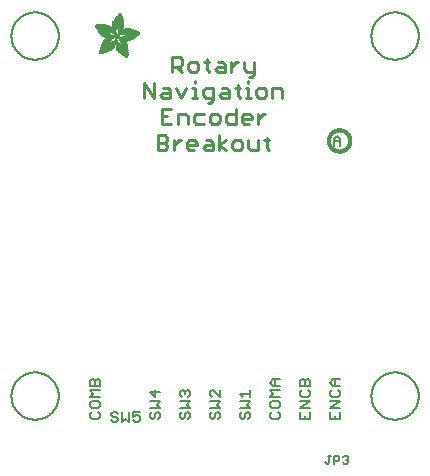
<source format=gbr>
G04 EAGLE Gerber RS-274X export*
G75*
%MOMM*%
%FSLAX34Y34*%
%LPD*%
%INSilkscreen Top*%
%IPPOS*%
%AMOC8*
5,1,8,0,0,1.08239X$1,22.5*%
G01*
%ADD10C,0.152400*%
%ADD11C,0.228600*%
%ADD12C,0.203200*%
%ADD13R,0.050800X0.006300*%
%ADD14R,0.082600X0.006400*%
%ADD15R,0.120600X0.006300*%
%ADD16R,0.139700X0.006400*%
%ADD17R,0.158800X0.006300*%
%ADD18R,0.177800X0.006400*%
%ADD19R,0.196800X0.006300*%
%ADD20R,0.215900X0.006400*%
%ADD21R,0.228600X0.006300*%
%ADD22R,0.241300X0.006400*%
%ADD23R,0.254000X0.006300*%
%ADD24R,0.266700X0.006400*%
%ADD25R,0.279400X0.006300*%
%ADD26R,0.285700X0.006400*%
%ADD27R,0.298400X0.006300*%
%ADD28R,0.311200X0.006400*%
%ADD29R,0.317500X0.006300*%
%ADD30R,0.330200X0.006400*%
%ADD31R,0.336600X0.006300*%
%ADD32R,0.349200X0.006400*%
%ADD33R,0.361900X0.006300*%
%ADD34R,0.368300X0.006400*%
%ADD35R,0.381000X0.006300*%
%ADD36R,0.387300X0.006400*%
%ADD37R,0.393700X0.006300*%
%ADD38R,0.406400X0.006400*%
%ADD39R,0.412700X0.006300*%
%ADD40R,0.419100X0.006400*%
%ADD41R,0.431800X0.006300*%
%ADD42R,0.438100X0.006400*%
%ADD43R,0.450800X0.006300*%
%ADD44R,0.457200X0.006400*%
%ADD45R,0.463500X0.006300*%
%ADD46R,0.476200X0.006400*%
%ADD47R,0.482600X0.006300*%
%ADD48R,0.488900X0.006400*%
%ADD49R,0.501600X0.006300*%
%ADD50R,0.508000X0.006400*%
%ADD51R,0.514300X0.006300*%
%ADD52R,0.527000X0.006400*%
%ADD53R,0.533400X0.006300*%
%ADD54R,0.546100X0.006400*%
%ADD55R,0.552400X0.006300*%
%ADD56R,0.558800X0.006400*%
%ADD57R,0.571500X0.006300*%
%ADD58R,0.577800X0.006400*%
%ADD59R,0.584200X0.006300*%
%ADD60R,0.596900X0.006400*%
%ADD61R,0.603200X0.006300*%
%ADD62R,0.609600X0.006400*%
%ADD63R,0.622300X0.006300*%
%ADD64R,0.628600X0.006400*%
%ADD65R,0.641300X0.006300*%
%ADD66R,0.647700X0.006400*%
%ADD67R,0.063500X0.006300*%
%ADD68R,0.654000X0.006300*%
%ADD69R,0.101600X0.006400*%
%ADD70R,0.666700X0.006400*%
%ADD71R,0.139700X0.006300*%
%ADD72R,0.673100X0.006300*%
%ADD73R,0.165100X0.006400*%
%ADD74R,0.679400X0.006400*%
%ADD75R,0.196900X0.006300*%
%ADD76R,0.692100X0.006300*%
%ADD77R,0.222200X0.006400*%
%ADD78R,0.698500X0.006400*%
%ADD79R,0.247700X0.006300*%
%ADD80R,0.704800X0.006300*%
%ADD81R,0.279400X0.006400*%
%ADD82R,0.717500X0.006400*%
%ADD83R,0.298500X0.006300*%
%ADD84R,0.723900X0.006300*%
%ADD85R,0.736600X0.006400*%
%ADD86R,0.342900X0.006300*%
%ADD87R,0.742900X0.006300*%
%ADD88R,0.374700X0.006400*%
%ADD89R,0.749300X0.006400*%
%ADD90R,0.762000X0.006300*%
%ADD91R,0.412700X0.006400*%
%ADD92R,0.768300X0.006400*%
%ADD93R,0.438100X0.006300*%
%ADD94R,0.774700X0.006300*%
%ADD95R,0.463600X0.006400*%
%ADD96R,0.787400X0.006400*%
%ADD97R,0.793700X0.006300*%
%ADD98R,0.495300X0.006400*%
%ADD99R,0.800100X0.006400*%
%ADD100R,0.520700X0.006300*%
%ADD101R,0.812800X0.006300*%
%ADD102R,0.533400X0.006400*%
%ADD103R,0.819100X0.006400*%
%ADD104R,0.558800X0.006300*%
%ADD105R,0.825500X0.006300*%
%ADD106R,0.577900X0.006400*%
%ADD107R,0.831800X0.006400*%
%ADD108R,0.596900X0.006300*%
%ADD109R,0.844500X0.006300*%
%ADD110R,0.616000X0.006400*%
%ADD111R,0.850900X0.006400*%
%ADD112R,0.635000X0.006300*%
%ADD113R,0.857200X0.006300*%
%ADD114R,0.654100X0.006400*%
%ADD115R,0.863600X0.006400*%
%ADD116R,0.666700X0.006300*%
%ADD117R,0.869900X0.006300*%
%ADD118R,0.685800X0.006400*%
%ADD119R,0.876300X0.006400*%
%ADD120R,0.882600X0.006300*%
%ADD121R,0.723900X0.006400*%
%ADD122R,0.889000X0.006400*%
%ADD123R,0.895300X0.006300*%
%ADD124R,0.755700X0.006400*%
%ADD125R,0.901700X0.006400*%
%ADD126R,0.908000X0.006300*%
%ADD127R,0.793800X0.006400*%
%ADD128R,0.914400X0.006400*%
%ADD129R,0.806400X0.006300*%
%ADD130R,0.920700X0.006300*%
%ADD131R,0.825500X0.006400*%
%ADD132R,0.927100X0.006400*%
%ADD133R,0.933400X0.006300*%
%ADD134R,0.857300X0.006400*%
%ADD135R,0.939800X0.006400*%
%ADD136R,0.870000X0.006300*%
%ADD137R,0.939800X0.006300*%
%ADD138R,0.946100X0.006400*%
%ADD139R,0.952500X0.006300*%
%ADD140R,0.908000X0.006400*%
%ADD141R,0.958800X0.006400*%
%ADD142R,0.965200X0.006300*%
%ADD143R,0.965200X0.006400*%
%ADD144R,0.971500X0.006300*%
%ADD145R,0.952500X0.006400*%
%ADD146R,0.977900X0.006400*%
%ADD147R,0.958800X0.006300*%
%ADD148R,0.984200X0.006300*%
%ADD149R,0.971500X0.006400*%
%ADD150R,0.984200X0.006400*%
%ADD151R,0.990600X0.006300*%
%ADD152R,0.984300X0.006400*%
%ADD153R,0.996900X0.006400*%
%ADD154R,0.997000X0.006300*%
%ADD155R,0.996900X0.006300*%
%ADD156R,1.003300X0.006400*%
%ADD157R,1.016000X0.006300*%
%ADD158R,1.009600X0.006300*%
%ADD159R,1.016000X0.006400*%
%ADD160R,1.009600X0.006400*%
%ADD161R,1.022300X0.006300*%
%ADD162R,1.028700X0.006400*%
%ADD163R,1.035100X0.006300*%
%ADD164R,1.047800X0.006400*%
%ADD165R,1.054100X0.006300*%
%ADD166R,1.028700X0.006300*%
%ADD167R,1.054100X0.006400*%
%ADD168R,1.035000X0.006400*%
%ADD169R,1.060400X0.006300*%
%ADD170R,1.035000X0.006300*%
%ADD171R,1.060500X0.006400*%
%ADD172R,1.041400X0.006400*%
%ADD173R,1.066800X0.006300*%
%ADD174R,1.041400X0.006300*%
%ADD175R,1.079500X0.006400*%
%ADD176R,1.047700X0.006400*%
%ADD177R,1.085900X0.006300*%
%ADD178R,1.047700X0.006300*%
%ADD179R,1.085800X0.006400*%
%ADD180R,1.092200X0.006300*%
%ADD181R,1.085900X0.006400*%
%ADD182R,1.098600X0.006300*%
%ADD183R,1.098600X0.006400*%
%ADD184R,1.060400X0.006400*%
%ADD185R,1.104900X0.006300*%
%ADD186R,1.104900X0.006400*%
%ADD187R,1.066800X0.006400*%
%ADD188R,1.111200X0.006300*%
%ADD189R,1.117600X0.006400*%
%ADD190R,1.117600X0.006300*%
%ADD191R,1.073100X0.006300*%
%ADD192R,1.073100X0.006400*%
%ADD193R,1.124000X0.006300*%
%ADD194R,1.079500X0.006300*%
%ADD195R,1.123900X0.006400*%
%ADD196R,1.130300X0.006300*%
%ADD197R,1.130300X0.006400*%
%ADD198R,1.136700X0.006400*%
%ADD199R,1.136700X0.006300*%
%ADD200R,1.085800X0.006300*%
%ADD201R,1.136600X0.006400*%
%ADD202R,1.136600X0.006300*%
%ADD203R,1.143000X0.006400*%
%ADD204R,1.143000X0.006300*%
%ADD205R,1.149400X0.006300*%
%ADD206R,1.149300X0.006300*%
%ADD207R,1.149300X0.006400*%
%ADD208R,1.149400X0.006400*%
%ADD209R,1.155700X0.006400*%
%ADD210R,1.155700X0.006300*%
%ADD211R,1.060500X0.006300*%
%ADD212R,2.197100X0.006400*%
%ADD213R,2.197100X0.006300*%
%ADD214R,2.184400X0.006300*%
%ADD215R,2.184400X0.006400*%
%ADD216R,2.171700X0.006400*%
%ADD217R,2.171700X0.006300*%
%ADD218R,1.530300X0.006400*%
%ADD219R,1.505000X0.006300*%
%ADD220R,1.492300X0.006400*%
%ADD221R,1.485900X0.006300*%
%ADD222R,0.565200X0.006300*%
%ADD223R,1.473200X0.006400*%
%ADD224R,0.565200X0.006400*%
%ADD225R,1.460500X0.006300*%
%ADD226R,1.454100X0.006400*%
%ADD227R,0.552400X0.006400*%
%ADD228R,1.441500X0.006300*%
%ADD229R,0.546100X0.006300*%
%ADD230R,1.435100X0.006400*%
%ADD231R,0.539800X0.006400*%
%ADD232R,1.428800X0.006300*%
%ADD233R,1.422400X0.006400*%
%ADD234R,1.409700X0.006300*%
%ADD235R,0.527100X0.006300*%
%ADD236R,1.403300X0.006400*%
%ADD237R,0.527100X0.006400*%
%ADD238R,1.390700X0.006300*%
%ADD239R,1.384300X0.006400*%
%ADD240R,0.520700X0.006400*%
%ADD241R,1.384300X0.006300*%
%ADD242R,0.514400X0.006300*%
%ADD243R,1.371600X0.006400*%
%ADD244R,1.365200X0.006300*%
%ADD245R,0.508000X0.006300*%
%ADD246R,1.352600X0.006400*%
%ADD247R,0.501700X0.006400*%
%ADD248R,0.711200X0.006300*%
%ADD249R,0.603300X0.006300*%
%ADD250R,0.501700X0.006300*%
%ADD251R,0.692100X0.006400*%
%ADD252R,0.571500X0.006400*%
%ADD253R,0.679400X0.006300*%
%ADD254R,0.495300X0.006300*%
%ADD255R,0.673100X0.006400*%
%ADD256R,0.666800X0.006300*%
%ADD257R,0.488900X0.006300*%
%ADD258R,0.660400X0.006400*%
%ADD259R,0.482600X0.006400*%
%ADD260R,0.476200X0.006300*%
%ADD261R,0.654000X0.006400*%
%ADD262R,0.469900X0.006400*%
%ADD263R,0.476300X0.006400*%
%ADD264R,0.647700X0.006300*%
%ADD265R,0.457200X0.006300*%
%ADD266R,0.469900X0.006300*%
%ADD267R,0.641300X0.006400*%
%ADD268R,0.444500X0.006400*%
%ADD269R,0.463600X0.006300*%
%ADD270R,0.635000X0.006400*%
%ADD271R,0.463500X0.006400*%
%ADD272R,0.393700X0.006400*%
%ADD273R,0.450800X0.006400*%
%ADD274R,0.628600X0.006300*%
%ADD275R,0.387400X0.006300*%
%ADD276R,0.450900X0.006300*%
%ADD277R,0.628700X0.006400*%
%ADD278R,0.374600X0.006400*%
%ADD279R,0.368300X0.006300*%
%ADD280R,0.438200X0.006300*%
%ADD281R,0.622300X0.006400*%
%ADD282R,0.355600X0.006400*%
%ADD283R,0.431800X0.006400*%
%ADD284R,0.349300X0.006300*%
%ADD285R,0.425400X0.006300*%
%ADD286R,0.615900X0.006300*%
%ADD287R,0.330200X0.006300*%
%ADD288R,0.419100X0.006300*%
%ADD289R,0.616000X0.006300*%
%ADD290R,0.311200X0.006300*%
%ADD291R,0.406400X0.006300*%
%ADD292R,0.615900X0.006400*%
%ADD293R,0.304800X0.006400*%
%ADD294R,0.158800X0.006400*%
%ADD295R,0.609600X0.006300*%
%ADD296R,0.292100X0.006300*%
%ADD297R,0.235000X0.006300*%
%ADD298R,0.387400X0.006400*%
%ADD299R,0.292100X0.006400*%
%ADD300R,0.336500X0.006300*%
%ADD301R,0.260400X0.006300*%
%ADD302R,0.603300X0.006400*%
%ADD303R,0.260400X0.006400*%
%ADD304R,0.362000X0.006400*%
%ADD305R,0.450900X0.006400*%
%ADD306R,0.355600X0.006300*%
%ADD307R,0.342900X0.006400*%
%ADD308R,0.514300X0.006400*%
%ADD309R,0.234900X0.006300*%
%ADD310R,0.539700X0.006300*%
%ADD311R,0.603200X0.006400*%
%ADD312R,0.234900X0.006400*%
%ADD313R,0.920700X0.006400*%
%ADD314R,0.958900X0.006400*%
%ADD315R,0.215900X0.006300*%
%ADD316R,0.209600X0.006400*%
%ADD317R,0.203200X0.006300*%
%ADD318R,1.003300X0.006300*%
%ADD319R,0.203200X0.006400*%
%ADD320R,0.196900X0.006400*%
%ADD321R,0.190500X0.006300*%
%ADD322R,0.190500X0.006400*%
%ADD323R,0.184200X0.006300*%
%ADD324R,0.590500X0.006400*%
%ADD325R,0.184200X0.006400*%
%ADD326R,0.590500X0.006300*%
%ADD327R,0.177800X0.006300*%
%ADD328R,0.584200X0.006400*%
%ADD329R,1.168400X0.006400*%
%ADD330R,0.171500X0.006300*%
%ADD331R,1.187500X0.006300*%
%ADD332R,1.200100X0.006400*%
%ADD333R,0.577800X0.006300*%
%ADD334R,1.212900X0.006300*%
%ADD335R,1.231900X0.006400*%
%ADD336R,1.250900X0.006300*%
%ADD337R,0.565100X0.006400*%
%ADD338R,0.184100X0.006400*%
%ADD339R,1.263700X0.006400*%
%ADD340R,0.565100X0.006300*%
%ADD341R,1.289100X0.006300*%
%ADD342R,1.314400X0.006400*%
%ADD343R,0.552500X0.006300*%
%ADD344R,1.568500X0.006300*%
%ADD345R,0.552500X0.006400*%
%ADD346R,1.581200X0.006400*%
%ADD347R,1.593800X0.006300*%
%ADD348R,1.606500X0.006400*%
%ADD349R,1.619300X0.006300*%
%ADD350R,0.514400X0.006400*%
%ADD351R,1.638300X0.006400*%
%ADD352R,1.657300X0.006300*%
%ADD353R,2.209800X0.006400*%
%ADD354R,2.425700X0.006300*%
%ADD355R,2.470100X0.006400*%
%ADD356R,2.501900X0.006300*%
%ADD357R,2.533700X0.006400*%
%ADD358R,2.559000X0.006300*%
%ADD359R,2.584500X0.006400*%
%ADD360R,2.609900X0.006300*%
%ADD361R,2.628900X0.006400*%
%ADD362R,2.660600X0.006300*%
%ADD363R,2.673400X0.006400*%
%ADD364R,1.422400X0.006300*%
%ADD365R,1.200200X0.006300*%
%ADD366R,1.365300X0.006300*%
%ADD367R,1.365300X0.006400*%
%ADD368R,1.352500X0.006300*%
%ADD369R,1.098500X0.006300*%
%ADD370R,1.358900X0.006400*%
%ADD371R,1.352600X0.006300*%
%ADD372R,1.358900X0.006300*%
%ADD373R,1.371600X0.006300*%
%ADD374R,1.377900X0.006400*%
%ADD375R,1.397000X0.006400*%
%ADD376R,1.403300X0.006300*%
%ADD377R,0.914400X0.006300*%
%ADD378R,0.876300X0.006300*%
%ADD379R,0.374600X0.006300*%
%ADD380R,1.073200X0.006400*%
%ADD381R,0.374700X0.006300*%
%ADD382R,0.844600X0.006400*%
%ADD383R,0.844600X0.006300*%
%ADD384R,0.831900X0.006400*%
%ADD385R,1.092200X0.006400*%
%ADD386R,0.400000X0.006300*%
%ADD387R,0.819200X0.006400*%
%ADD388R,1.111300X0.006400*%
%ADD389R,0.812800X0.006400*%
%ADD390R,0.800100X0.006300*%
%ADD391R,0.476300X0.006300*%
%ADD392R,1.181100X0.006300*%
%ADD393R,0.501600X0.006400*%
%ADD394R,1.193800X0.006400*%
%ADD395R,0.781000X0.006400*%
%ADD396R,1.238200X0.006400*%
%ADD397R,0.781100X0.006300*%
%ADD398R,1.257300X0.006300*%
%ADD399R,1.295400X0.006400*%
%ADD400R,1.333500X0.006300*%
%ADD401R,0.774700X0.006400*%
%ADD402R,1.866900X0.006400*%
%ADD403R,0.209600X0.006300*%
%ADD404R,1.866900X0.006300*%
%ADD405R,0.768400X0.006400*%
%ADD406R,0.209500X0.006400*%
%ADD407R,1.860600X0.006400*%
%ADD408R,0.762000X0.006400*%
%ADD409R,0.768400X0.006300*%
%ADD410R,1.860600X0.006300*%
%ADD411R,1.860500X0.006400*%
%ADD412R,0.222300X0.006300*%
%ADD413R,1.854200X0.006300*%
%ADD414R,0.235000X0.006400*%
%ADD415R,1.854200X0.006400*%
%ADD416R,0.768300X0.006300*%
%ADD417R,0.260300X0.006400*%
%ADD418R,1.847800X0.006400*%
%ADD419R,0.266700X0.006300*%
%ADD420R,1.847800X0.006300*%
%ADD421R,0.273100X0.006400*%
%ADD422R,1.841500X0.006400*%
%ADD423R,0.285800X0.006300*%
%ADD424R,1.841500X0.006300*%
%ADD425R,0.298500X0.006400*%
%ADD426R,1.835100X0.006400*%
%ADD427R,0.781000X0.006300*%
%ADD428R,0.304800X0.006300*%
%ADD429R,1.835100X0.006300*%
%ADD430R,0.317500X0.006400*%
%ADD431R,1.828800X0.006400*%
%ADD432R,0.787400X0.006300*%
%ADD433R,0.323800X0.006300*%
%ADD434R,1.828800X0.006300*%
%ADD435R,0.793700X0.006400*%
%ADD436R,1.822400X0.006400*%
%ADD437R,0.806500X0.006300*%
%ADD438R,1.822400X0.006300*%
%ADD439R,1.816100X0.006400*%
%ADD440R,0.819100X0.006300*%
%ADD441R,0.387300X0.006300*%
%ADD442R,1.816100X0.006300*%
%ADD443R,1.809800X0.006400*%
%ADD444R,1.803400X0.006300*%
%ADD445R,1.797000X0.006400*%
%ADD446R,0.901700X0.006300*%
%ADD447R,1.797000X0.006300*%
%ADD448R,1.441400X0.006400*%
%ADD449R,1.790700X0.006400*%
%ADD450R,1.447800X0.006300*%
%ADD451R,1.784300X0.006300*%
%ADD452R,1.447800X0.006400*%
%ADD453R,1.784300X0.006400*%
%ADD454R,1.454100X0.006300*%
%ADD455R,1.771700X0.006300*%
%ADD456R,1.460500X0.006400*%
%ADD457R,1.759000X0.006400*%
%ADD458R,1.466800X0.006300*%
%ADD459R,1.752600X0.006300*%
%ADD460R,1.466800X0.006400*%
%ADD461R,1.739900X0.006400*%
%ADD462R,1.473200X0.006300*%
%ADD463R,1.727200X0.006300*%
%ADD464R,1.479500X0.006400*%
%ADD465R,1.714500X0.006400*%
%ADD466R,1.695400X0.006300*%
%ADD467R,1.485900X0.006400*%
%ADD468R,1.682700X0.006400*%
%ADD469R,1.492200X0.006300*%
%ADD470R,1.663700X0.006300*%
%ADD471R,1.498600X0.006400*%
%ADD472R,1.644600X0.006400*%
%ADD473R,1.498600X0.006300*%
%ADD474R,1.619200X0.006300*%
%ADD475R,1.511300X0.006400*%
%ADD476R,1.600200X0.006400*%
%ADD477R,1.517700X0.006300*%
%ADD478R,1.574800X0.006300*%
%ADD479R,1.524000X0.006400*%
%ADD480R,1.555800X0.006400*%
%ADD481R,1.524000X0.006300*%
%ADD482R,1.536700X0.006300*%
%ADD483R,1.530400X0.006400*%
%ADD484R,1.517700X0.006400*%
%ADD485R,1.492300X0.006300*%
%ADD486R,1.549400X0.006400*%
%ADD487R,1.479600X0.006400*%
%ADD488R,1.549400X0.006300*%
%ADD489R,1.555700X0.006400*%
%ADD490R,1.562100X0.006300*%
%ADD491R,0.323900X0.006300*%
%ADD492R,1.568400X0.006400*%
%ADD493R,0.336600X0.006400*%
%ADD494R,1.587500X0.006300*%
%ADD495R,0.971600X0.006300*%
%ADD496R,0.349300X0.006400*%
%ADD497R,1.600200X0.006300*%
%ADD498R,0.920800X0.006300*%
%ADD499R,0.882700X0.006400*%
%ADD500R,1.612900X0.006300*%
%ADD501R,0.362000X0.006300*%
%ADD502R,1.625600X0.006400*%
%ADD503R,1.625600X0.006300*%
%ADD504R,1.644600X0.006300*%
%ADD505R,0.736600X0.006300*%
%ADD506R,0.717600X0.006400*%
%ADD507R,1.657400X0.006300*%
%ADD508R,0.679500X0.006300*%
%ADD509R,1.663700X0.006400*%
%ADD510R,0.400000X0.006400*%
%ADD511R,1.676400X0.006300*%
%ADD512R,1.676400X0.006400*%
%ADD513R,0.425500X0.006400*%
%ADD514R,1.352500X0.006400*%
%ADD515R,0.444500X0.006300*%
%ADD516R,0.361900X0.006400*%
%ADD517R,0.088900X0.006300*%
%ADD518R,1.009700X0.006300*%
%ADD519R,1.009700X0.006400*%
%ADD520R,1.022300X0.006400*%
%ADD521R,1.346200X0.006400*%
%ADD522R,1.346200X0.006300*%
%ADD523R,1.339900X0.006400*%
%ADD524R,1.035100X0.006400*%
%ADD525R,1.339800X0.006300*%
%ADD526R,1.333500X0.006400*%
%ADD527R,1.327200X0.006400*%
%ADD528R,1.320800X0.006300*%
%ADD529R,1.314500X0.006400*%
%ADD530R,1.314400X0.006300*%
%ADD531R,1.301700X0.006400*%
%ADD532R,1.295400X0.006300*%
%ADD533R,1.289000X0.006400*%
%ADD534R,1.276300X0.006300*%
%ADD535R,1.251000X0.006300*%
%ADD536R,1.244600X0.006400*%
%ADD537R,1.231900X0.006300*%
%ADD538R,1.212800X0.006400*%
%ADD539R,1.200100X0.006300*%
%ADD540R,1.187400X0.006400*%
%ADD541R,1.168400X0.006300*%
%ADD542R,1.047800X0.006300*%
%ADD543R,0.977900X0.006300*%
%ADD544R,0.946200X0.006400*%
%ADD545R,0.933400X0.006400*%
%ADD546R,0.895300X0.006400*%
%ADD547R,0.882700X0.006300*%
%ADD548R,0.863600X0.006300*%
%ADD549R,0.857200X0.006400*%
%ADD550R,0.850900X0.006300*%
%ADD551R,0.838200X0.006300*%
%ADD552R,0.806500X0.006400*%
%ADD553R,0.717600X0.006300*%
%ADD554R,0.711200X0.006400*%
%ADD555R,0.641400X0.006400*%
%ADD556R,0.641400X0.006300*%
%ADD557R,0.628700X0.006300*%
%ADD558R,0.590600X0.006300*%
%ADD559R,0.539700X0.006400*%
%ADD560R,0.285700X0.006300*%
%ADD561R,0.222200X0.006300*%
%ADD562R,0.171400X0.006300*%
%ADD563R,0.152400X0.006400*%
%ADD564R,0.133400X0.006300*%
%ADD565C,0.304800*%


D10*
X97275Y-166196D02*
X97275Y-171958D01*
X105918Y-171958D01*
X105918Y-166196D01*
X101596Y-169077D02*
X101596Y-171958D01*
X97275Y-162603D02*
X105918Y-162603D01*
X105918Y-156841D02*
X97275Y-162603D01*
X97275Y-156841D02*
X105918Y-156841D01*
X97275Y-148926D02*
X98715Y-147485D01*
X97275Y-148926D02*
X97275Y-151807D01*
X98715Y-153248D01*
X104477Y-153248D01*
X105918Y-151807D01*
X105918Y-148926D01*
X104477Y-147485D01*
X105918Y-143892D02*
X100156Y-143892D01*
X97275Y-141011D01*
X100156Y-138130D01*
X105918Y-138130D01*
X101596Y-138130D02*
X101596Y-143892D01*
D11*
X-36161Y122174D02*
X-36161Y134631D01*
X-29933Y134631D01*
X-27856Y132555D01*
X-27856Y128402D01*
X-29933Y126326D01*
X-36161Y126326D01*
X-32009Y126326D02*
X-27856Y122174D01*
X-20520Y122174D02*
X-16368Y122174D01*
X-14291Y124250D01*
X-14291Y128402D01*
X-16368Y130478D01*
X-20520Y130478D01*
X-22596Y128402D01*
X-22596Y124250D01*
X-20520Y122174D01*
X-6955Y124250D02*
X-6955Y132555D01*
X-6955Y124250D02*
X-4879Y122174D01*
X-4879Y130478D02*
X-9031Y130478D01*
X2089Y130478D02*
X6241Y130478D01*
X8317Y128402D01*
X8317Y122174D01*
X2089Y122174D01*
X13Y124250D01*
X2089Y126326D01*
X8317Y126326D01*
X13578Y122174D02*
X13578Y130478D01*
X13578Y126326D02*
X17730Y130478D01*
X19806Y130478D01*
X24882Y130478D02*
X24882Y124250D01*
X26958Y122174D01*
X33186Y122174D01*
X33186Y120098D02*
X33186Y130478D01*
X33186Y120098D02*
X31110Y118022D01*
X29034Y118022D01*
X-59900Y112533D02*
X-59900Y100076D01*
X-51595Y100076D02*
X-59900Y112533D01*
X-51595Y112533D02*
X-51595Y100076D01*
X-44259Y108380D02*
X-40106Y108380D01*
X-38030Y106304D01*
X-38030Y100076D01*
X-44259Y100076D01*
X-46335Y102152D01*
X-44259Y104228D01*
X-38030Y104228D01*
X-32770Y108380D02*
X-28617Y100076D01*
X-24465Y108380D01*
X-19205Y108380D02*
X-17128Y108380D01*
X-17128Y100076D01*
X-15052Y100076D02*
X-19205Y100076D01*
X-17128Y112533D02*
X-17128Y114609D01*
X-6009Y95924D02*
X-3933Y95924D01*
X-1857Y98000D01*
X-1857Y108380D01*
X-8085Y108380D01*
X-10161Y106304D01*
X-10161Y102152D01*
X-8085Y100076D01*
X-1857Y100076D01*
X5480Y108380D02*
X9632Y108380D01*
X11708Y106304D01*
X11708Y100076D01*
X5480Y100076D01*
X3404Y102152D01*
X5480Y104228D01*
X11708Y104228D01*
X19045Y102152D02*
X19045Y110457D01*
X19045Y102152D02*
X21121Y100076D01*
X21121Y108380D02*
X16969Y108380D01*
X26012Y108380D02*
X28088Y108380D01*
X28088Y100076D01*
X26012Y100076D02*
X30164Y100076D01*
X28088Y112533D02*
X28088Y114609D01*
X37132Y100076D02*
X41284Y100076D01*
X43360Y102152D01*
X43360Y106304D01*
X41284Y108380D01*
X37132Y108380D01*
X35056Y106304D01*
X35056Y102152D01*
X37132Y100076D01*
X48621Y100076D02*
X48621Y108380D01*
X54849Y108380D01*
X56925Y106304D01*
X56925Y100076D01*
X-36900Y90435D02*
X-45204Y90435D01*
X-45204Y77978D01*
X-36900Y77978D01*
X-41052Y84206D02*
X-45204Y84206D01*
X-31639Y86282D02*
X-31639Y77978D01*
X-31639Y86282D02*
X-25411Y86282D01*
X-23335Y84206D01*
X-23335Y77978D01*
X-15998Y86282D02*
X-9770Y86282D01*
X-15998Y86282D02*
X-18074Y84206D01*
X-18074Y80054D01*
X-15998Y77978D01*
X-9770Y77978D01*
X-2433Y77978D02*
X1719Y77978D01*
X3795Y80054D01*
X3795Y84206D01*
X1719Y86282D01*
X-2433Y86282D01*
X-4509Y84206D01*
X-4509Y80054D01*
X-2433Y77978D01*
X17360Y77978D02*
X17360Y90435D01*
X17360Y77978D02*
X11132Y77978D01*
X9056Y80054D01*
X9056Y84206D01*
X11132Y86282D01*
X17360Y86282D01*
X24697Y77978D02*
X28849Y77978D01*
X24697Y77978D02*
X22621Y80054D01*
X22621Y84206D01*
X24697Y86282D01*
X28849Y86282D01*
X30925Y84206D01*
X30925Y82130D01*
X22621Y82130D01*
X36186Y77978D02*
X36186Y86282D01*
X36186Y82130D02*
X40338Y86282D01*
X42414Y86282D01*
X-48595Y68337D02*
X-48595Y55880D01*
X-48595Y68337D02*
X-42367Y68337D01*
X-40291Y66261D01*
X-40291Y64184D01*
X-42367Y62108D01*
X-40291Y60032D01*
X-40291Y57956D01*
X-42367Y55880D01*
X-48595Y55880D01*
X-48595Y62108D02*
X-42367Y62108D01*
X-35030Y64184D02*
X-35030Y55880D01*
X-35030Y60032D02*
X-30878Y64184D01*
X-28802Y64184D01*
X-21650Y55880D02*
X-17498Y55880D01*
X-21650Y55880D02*
X-23726Y57956D01*
X-23726Y62108D01*
X-21650Y64184D01*
X-17498Y64184D01*
X-15422Y62108D01*
X-15422Y60032D01*
X-23726Y60032D01*
X-8085Y64184D02*
X-3933Y64184D01*
X-1857Y62108D01*
X-1857Y55880D01*
X-8085Y55880D01*
X-10161Y57956D01*
X-8085Y60032D01*
X-1857Y60032D01*
X3404Y55880D02*
X3404Y68337D01*
X3404Y60032D02*
X9632Y55880D01*
X3404Y60032D02*
X9632Y64184D01*
X16784Y55880D02*
X20936Y55880D01*
X23012Y57956D01*
X23012Y62108D01*
X20936Y64184D01*
X16784Y64184D01*
X14708Y62108D01*
X14708Y57956D01*
X16784Y55880D01*
X28273Y57956D02*
X28273Y64184D01*
X28273Y57956D02*
X30349Y55880D01*
X36577Y55880D01*
X36577Y64184D01*
X43914Y66261D02*
X43914Y57956D01*
X45990Y55880D01*
X45990Y64184D02*
X41838Y64184D01*
D10*
X71875Y-166196D02*
X71875Y-171958D01*
X80518Y-171958D01*
X80518Y-166196D01*
X76196Y-169077D02*
X76196Y-171958D01*
X71875Y-162603D02*
X80518Y-162603D01*
X80518Y-156841D02*
X71875Y-162603D01*
X71875Y-156841D02*
X80518Y-156841D01*
X71875Y-148926D02*
X73315Y-147485D01*
X71875Y-148926D02*
X71875Y-151807D01*
X73315Y-153248D01*
X79077Y-153248D01*
X80518Y-151807D01*
X80518Y-148926D01*
X79077Y-147485D01*
X80518Y-143892D02*
X71875Y-143892D01*
X71875Y-139571D01*
X73315Y-138130D01*
X74756Y-138130D01*
X76196Y-139571D01*
X77637Y-138130D01*
X79077Y-138130D01*
X80518Y-139571D01*
X80518Y-143892D01*
X76196Y-143892D02*
X76196Y-139571D01*
X22515Y-166196D02*
X21075Y-167636D01*
X21075Y-170517D01*
X22515Y-171958D01*
X23956Y-171958D01*
X25396Y-170517D01*
X25396Y-167636D01*
X26837Y-166196D01*
X28277Y-166196D01*
X29718Y-167636D01*
X29718Y-170517D01*
X28277Y-171958D01*
X29718Y-162603D02*
X21075Y-162603D01*
X26837Y-159722D02*
X29718Y-162603D01*
X26837Y-159722D02*
X29718Y-156841D01*
X21075Y-156841D01*
X23956Y-153248D02*
X21075Y-150367D01*
X29718Y-150367D01*
X29718Y-153248D02*
X29718Y-147485D01*
X47915Y-166196D02*
X46475Y-167636D01*
X46475Y-170517D01*
X47915Y-171958D01*
X53677Y-171958D01*
X55118Y-170517D01*
X55118Y-167636D01*
X53677Y-166196D01*
X46475Y-161162D02*
X46475Y-158281D01*
X46475Y-161162D02*
X47915Y-162603D01*
X53677Y-162603D01*
X55118Y-161162D01*
X55118Y-158281D01*
X53677Y-156841D01*
X47915Y-156841D01*
X46475Y-158281D01*
X46475Y-153248D02*
X55118Y-153248D01*
X49356Y-150367D02*
X46475Y-153248D01*
X49356Y-150367D02*
X46475Y-147485D01*
X55118Y-147485D01*
X55118Y-143892D02*
X49356Y-143892D01*
X46475Y-141011D01*
X49356Y-138130D01*
X55118Y-138130D01*
X50796Y-138130D02*
X50796Y-143892D01*
X-2885Y-166196D02*
X-4325Y-167636D01*
X-4325Y-170517D01*
X-2885Y-171958D01*
X-1444Y-171958D01*
X-4Y-170517D01*
X-4Y-167636D01*
X1437Y-166196D01*
X2877Y-166196D01*
X4318Y-167636D01*
X4318Y-170517D01*
X2877Y-171958D01*
X4318Y-162603D02*
X-4325Y-162603D01*
X1437Y-159722D02*
X4318Y-162603D01*
X1437Y-159722D02*
X4318Y-156841D01*
X-4325Y-156841D01*
X4318Y-153248D02*
X4318Y-147485D01*
X-1444Y-147485D02*
X4318Y-153248D01*
X-1444Y-147485D02*
X-2885Y-147485D01*
X-4325Y-148926D01*
X-4325Y-151807D01*
X-2885Y-153248D01*
X-28285Y-166196D02*
X-29725Y-167636D01*
X-29725Y-170517D01*
X-28285Y-171958D01*
X-26844Y-171958D01*
X-25404Y-170517D01*
X-25404Y-167636D01*
X-23963Y-166196D01*
X-22523Y-166196D01*
X-21082Y-167636D01*
X-21082Y-170517D01*
X-22523Y-171958D01*
X-21082Y-162603D02*
X-29725Y-162603D01*
X-23963Y-159722D02*
X-21082Y-162603D01*
X-23963Y-159722D02*
X-21082Y-156841D01*
X-29725Y-156841D01*
X-28285Y-153248D02*
X-29725Y-151807D01*
X-29725Y-148926D01*
X-28285Y-147485D01*
X-26844Y-147485D01*
X-25404Y-148926D01*
X-25404Y-150367D01*
X-25404Y-148926D02*
X-23963Y-147485D01*
X-22523Y-147485D01*
X-21082Y-148926D01*
X-21082Y-151807D01*
X-22523Y-153248D01*
X-53685Y-166196D02*
X-55125Y-167636D01*
X-55125Y-170517D01*
X-53685Y-171958D01*
X-52244Y-171958D01*
X-50804Y-170517D01*
X-50804Y-167636D01*
X-49363Y-166196D01*
X-47923Y-166196D01*
X-46482Y-167636D01*
X-46482Y-170517D01*
X-47923Y-171958D01*
X-46482Y-162603D02*
X-55125Y-162603D01*
X-49363Y-159722D02*
X-46482Y-162603D01*
X-49363Y-159722D02*
X-46482Y-156841D01*
X-55125Y-156841D01*
X-55125Y-148926D02*
X-46482Y-148926D01*
X-50804Y-153248D02*
X-55125Y-148926D01*
X-50804Y-147485D02*
X-50804Y-153248D01*
X-82501Y-167295D02*
X-83942Y-165855D01*
X-86823Y-165855D01*
X-88264Y-167295D01*
X-88264Y-168736D01*
X-86823Y-170176D01*
X-83942Y-170176D01*
X-82501Y-171617D01*
X-82501Y-173057D01*
X-83942Y-174498D01*
X-86823Y-174498D01*
X-88264Y-173057D01*
X-78908Y-174498D02*
X-78908Y-165855D01*
X-76027Y-171617D02*
X-78908Y-174498D01*
X-76027Y-171617D02*
X-73146Y-174498D01*
X-73146Y-165855D01*
X-69553Y-165855D02*
X-63791Y-165855D01*
X-69553Y-165855D02*
X-69553Y-170176D01*
X-66672Y-168736D01*
X-65232Y-168736D01*
X-63791Y-170176D01*
X-63791Y-173057D01*
X-65232Y-174498D01*
X-68113Y-174498D01*
X-69553Y-173057D01*
X-104485Y-166196D02*
X-105925Y-167636D01*
X-105925Y-170517D01*
X-104485Y-171958D01*
X-98723Y-171958D01*
X-97282Y-170517D01*
X-97282Y-167636D01*
X-98723Y-166196D01*
X-105925Y-161162D02*
X-105925Y-158281D01*
X-105925Y-161162D02*
X-104485Y-162603D01*
X-98723Y-162603D01*
X-97282Y-161162D01*
X-97282Y-158281D01*
X-98723Y-156841D01*
X-104485Y-156841D01*
X-105925Y-158281D01*
X-105925Y-153248D02*
X-97282Y-153248D01*
X-103044Y-150367D02*
X-105925Y-153248D01*
X-103044Y-150367D02*
X-105925Y-147485D01*
X-97282Y-147485D01*
X-97282Y-143892D02*
X-105925Y-143892D01*
X-105925Y-139571D01*
X-104485Y-138130D01*
X-103044Y-138130D01*
X-101604Y-139571D01*
X-100163Y-138130D01*
X-98723Y-138130D01*
X-97282Y-139571D01*
X-97282Y-143892D01*
X-101604Y-143892D02*
X-101604Y-139571D01*
D12*
X132400Y-152400D02*
X132406Y-151909D01*
X132424Y-151419D01*
X132454Y-150929D01*
X132496Y-150440D01*
X132550Y-149952D01*
X132616Y-149465D01*
X132694Y-148981D01*
X132784Y-148498D01*
X132886Y-148018D01*
X132999Y-147540D01*
X133124Y-147066D01*
X133261Y-146594D01*
X133409Y-146126D01*
X133569Y-145662D01*
X133740Y-145202D01*
X133922Y-144746D01*
X134116Y-144295D01*
X134320Y-143849D01*
X134536Y-143408D01*
X134762Y-142972D01*
X134998Y-142542D01*
X135245Y-142118D01*
X135503Y-141700D01*
X135771Y-141289D01*
X136048Y-140884D01*
X136336Y-140486D01*
X136633Y-140095D01*
X136940Y-139712D01*
X137256Y-139337D01*
X137581Y-138969D01*
X137915Y-138609D01*
X138258Y-138258D01*
X138609Y-137915D01*
X138969Y-137581D01*
X139337Y-137256D01*
X139712Y-136940D01*
X140095Y-136633D01*
X140486Y-136336D01*
X140884Y-136048D01*
X141289Y-135771D01*
X141700Y-135503D01*
X142118Y-135245D01*
X142542Y-134998D01*
X142972Y-134762D01*
X143408Y-134536D01*
X143849Y-134320D01*
X144295Y-134116D01*
X144746Y-133922D01*
X145202Y-133740D01*
X145662Y-133569D01*
X146126Y-133409D01*
X146594Y-133261D01*
X147066Y-133124D01*
X147540Y-132999D01*
X148018Y-132886D01*
X148498Y-132784D01*
X148981Y-132694D01*
X149465Y-132616D01*
X149952Y-132550D01*
X150440Y-132496D01*
X150929Y-132454D01*
X151419Y-132424D01*
X151909Y-132406D01*
X152400Y-132400D01*
X152891Y-132406D01*
X153381Y-132424D01*
X153871Y-132454D01*
X154360Y-132496D01*
X154848Y-132550D01*
X155335Y-132616D01*
X155819Y-132694D01*
X156302Y-132784D01*
X156782Y-132886D01*
X157260Y-132999D01*
X157734Y-133124D01*
X158206Y-133261D01*
X158674Y-133409D01*
X159138Y-133569D01*
X159598Y-133740D01*
X160054Y-133922D01*
X160505Y-134116D01*
X160951Y-134320D01*
X161392Y-134536D01*
X161828Y-134762D01*
X162258Y-134998D01*
X162682Y-135245D01*
X163100Y-135503D01*
X163511Y-135771D01*
X163916Y-136048D01*
X164314Y-136336D01*
X164705Y-136633D01*
X165088Y-136940D01*
X165463Y-137256D01*
X165831Y-137581D01*
X166191Y-137915D01*
X166542Y-138258D01*
X166885Y-138609D01*
X167219Y-138969D01*
X167544Y-139337D01*
X167860Y-139712D01*
X168167Y-140095D01*
X168464Y-140486D01*
X168752Y-140884D01*
X169029Y-141289D01*
X169297Y-141700D01*
X169555Y-142118D01*
X169802Y-142542D01*
X170038Y-142972D01*
X170264Y-143408D01*
X170480Y-143849D01*
X170684Y-144295D01*
X170878Y-144746D01*
X171060Y-145202D01*
X171231Y-145662D01*
X171391Y-146126D01*
X171539Y-146594D01*
X171676Y-147066D01*
X171801Y-147540D01*
X171914Y-148018D01*
X172016Y-148498D01*
X172106Y-148981D01*
X172184Y-149465D01*
X172250Y-149952D01*
X172304Y-150440D01*
X172346Y-150929D01*
X172376Y-151419D01*
X172394Y-151909D01*
X172400Y-152400D01*
X172394Y-152891D01*
X172376Y-153381D01*
X172346Y-153871D01*
X172304Y-154360D01*
X172250Y-154848D01*
X172184Y-155335D01*
X172106Y-155819D01*
X172016Y-156302D01*
X171914Y-156782D01*
X171801Y-157260D01*
X171676Y-157734D01*
X171539Y-158206D01*
X171391Y-158674D01*
X171231Y-159138D01*
X171060Y-159598D01*
X170878Y-160054D01*
X170684Y-160505D01*
X170480Y-160951D01*
X170264Y-161392D01*
X170038Y-161828D01*
X169802Y-162258D01*
X169555Y-162682D01*
X169297Y-163100D01*
X169029Y-163511D01*
X168752Y-163916D01*
X168464Y-164314D01*
X168167Y-164705D01*
X167860Y-165088D01*
X167544Y-165463D01*
X167219Y-165831D01*
X166885Y-166191D01*
X166542Y-166542D01*
X166191Y-166885D01*
X165831Y-167219D01*
X165463Y-167544D01*
X165088Y-167860D01*
X164705Y-168167D01*
X164314Y-168464D01*
X163916Y-168752D01*
X163511Y-169029D01*
X163100Y-169297D01*
X162682Y-169555D01*
X162258Y-169802D01*
X161828Y-170038D01*
X161392Y-170264D01*
X160951Y-170480D01*
X160505Y-170684D01*
X160054Y-170878D01*
X159598Y-171060D01*
X159138Y-171231D01*
X158674Y-171391D01*
X158206Y-171539D01*
X157734Y-171676D01*
X157260Y-171801D01*
X156782Y-171914D01*
X156302Y-172016D01*
X155819Y-172106D01*
X155335Y-172184D01*
X154848Y-172250D01*
X154360Y-172304D01*
X153871Y-172346D01*
X153381Y-172376D01*
X152891Y-172394D01*
X152400Y-172400D01*
X151909Y-172394D01*
X151419Y-172376D01*
X150929Y-172346D01*
X150440Y-172304D01*
X149952Y-172250D01*
X149465Y-172184D01*
X148981Y-172106D01*
X148498Y-172016D01*
X148018Y-171914D01*
X147540Y-171801D01*
X147066Y-171676D01*
X146594Y-171539D01*
X146126Y-171391D01*
X145662Y-171231D01*
X145202Y-171060D01*
X144746Y-170878D01*
X144295Y-170684D01*
X143849Y-170480D01*
X143408Y-170264D01*
X142972Y-170038D01*
X142542Y-169802D01*
X142118Y-169555D01*
X141700Y-169297D01*
X141289Y-169029D01*
X140884Y-168752D01*
X140486Y-168464D01*
X140095Y-168167D01*
X139712Y-167860D01*
X139337Y-167544D01*
X138969Y-167219D01*
X138609Y-166885D01*
X138258Y-166542D01*
X137915Y-166191D01*
X137581Y-165831D01*
X137256Y-165463D01*
X136940Y-165088D01*
X136633Y-164705D01*
X136336Y-164314D01*
X136048Y-163916D01*
X135771Y-163511D01*
X135503Y-163100D01*
X135245Y-162682D01*
X134998Y-162258D01*
X134762Y-161828D01*
X134536Y-161392D01*
X134320Y-160951D01*
X134116Y-160505D01*
X133922Y-160054D01*
X133740Y-159598D01*
X133569Y-159138D01*
X133409Y-158674D01*
X133261Y-158206D01*
X133124Y-157734D01*
X132999Y-157260D01*
X132886Y-156782D01*
X132784Y-156302D01*
X132694Y-155819D01*
X132616Y-155335D01*
X132550Y-154848D01*
X132496Y-154360D01*
X132454Y-153871D01*
X132424Y-153381D01*
X132406Y-152891D01*
X132400Y-152400D01*
X-172400Y-152400D02*
X-172394Y-151909D01*
X-172376Y-151419D01*
X-172346Y-150929D01*
X-172304Y-150440D01*
X-172250Y-149952D01*
X-172184Y-149465D01*
X-172106Y-148981D01*
X-172016Y-148498D01*
X-171914Y-148018D01*
X-171801Y-147540D01*
X-171676Y-147066D01*
X-171539Y-146594D01*
X-171391Y-146126D01*
X-171231Y-145662D01*
X-171060Y-145202D01*
X-170878Y-144746D01*
X-170684Y-144295D01*
X-170480Y-143849D01*
X-170264Y-143408D01*
X-170038Y-142972D01*
X-169802Y-142542D01*
X-169555Y-142118D01*
X-169297Y-141700D01*
X-169029Y-141289D01*
X-168752Y-140884D01*
X-168464Y-140486D01*
X-168167Y-140095D01*
X-167860Y-139712D01*
X-167544Y-139337D01*
X-167219Y-138969D01*
X-166885Y-138609D01*
X-166542Y-138258D01*
X-166191Y-137915D01*
X-165831Y-137581D01*
X-165463Y-137256D01*
X-165088Y-136940D01*
X-164705Y-136633D01*
X-164314Y-136336D01*
X-163916Y-136048D01*
X-163511Y-135771D01*
X-163100Y-135503D01*
X-162682Y-135245D01*
X-162258Y-134998D01*
X-161828Y-134762D01*
X-161392Y-134536D01*
X-160951Y-134320D01*
X-160505Y-134116D01*
X-160054Y-133922D01*
X-159598Y-133740D01*
X-159138Y-133569D01*
X-158674Y-133409D01*
X-158206Y-133261D01*
X-157734Y-133124D01*
X-157260Y-132999D01*
X-156782Y-132886D01*
X-156302Y-132784D01*
X-155819Y-132694D01*
X-155335Y-132616D01*
X-154848Y-132550D01*
X-154360Y-132496D01*
X-153871Y-132454D01*
X-153381Y-132424D01*
X-152891Y-132406D01*
X-152400Y-132400D01*
X-151909Y-132406D01*
X-151419Y-132424D01*
X-150929Y-132454D01*
X-150440Y-132496D01*
X-149952Y-132550D01*
X-149465Y-132616D01*
X-148981Y-132694D01*
X-148498Y-132784D01*
X-148018Y-132886D01*
X-147540Y-132999D01*
X-147066Y-133124D01*
X-146594Y-133261D01*
X-146126Y-133409D01*
X-145662Y-133569D01*
X-145202Y-133740D01*
X-144746Y-133922D01*
X-144295Y-134116D01*
X-143849Y-134320D01*
X-143408Y-134536D01*
X-142972Y-134762D01*
X-142542Y-134998D01*
X-142118Y-135245D01*
X-141700Y-135503D01*
X-141289Y-135771D01*
X-140884Y-136048D01*
X-140486Y-136336D01*
X-140095Y-136633D01*
X-139712Y-136940D01*
X-139337Y-137256D01*
X-138969Y-137581D01*
X-138609Y-137915D01*
X-138258Y-138258D01*
X-137915Y-138609D01*
X-137581Y-138969D01*
X-137256Y-139337D01*
X-136940Y-139712D01*
X-136633Y-140095D01*
X-136336Y-140486D01*
X-136048Y-140884D01*
X-135771Y-141289D01*
X-135503Y-141700D01*
X-135245Y-142118D01*
X-134998Y-142542D01*
X-134762Y-142972D01*
X-134536Y-143408D01*
X-134320Y-143849D01*
X-134116Y-144295D01*
X-133922Y-144746D01*
X-133740Y-145202D01*
X-133569Y-145662D01*
X-133409Y-146126D01*
X-133261Y-146594D01*
X-133124Y-147066D01*
X-132999Y-147540D01*
X-132886Y-148018D01*
X-132784Y-148498D01*
X-132694Y-148981D01*
X-132616Y-149465D01*
X-132550Y-149952D01*
X-132496Y-150440D01*
X-132454Y-150929D01*
X-132424Y-151419D01*
X-132406Y-151909D01*
X-132400Y-152400D01*
X-132406Y-152891D01*
X-132424Y-153381D01*
X-132454Y-153871D01*
X-132496Y-154360D01*
X-132550Y-154848D01*
X-132616Y-155335D01*
X-132694Y-155819D01*
X-132784Y-156302D01*
X-132886Y-156782D01*
X-132999Y-157260D01*
X-133124Y-157734D01*
X-133261Y-158206D01*
X-133409Y-158674D01*
X-133569Y-159138D01*
X-133740Y-159598D01*
X-133922Y-160054D01*
X-134116Y-160505D01*
X-134320Y-160951D01*
X-134536Y-161392D01*
X-134762Y-161828D01*
X-134998Y-162258D01*
X-135245Y-162682D01*
X-135503Y-163100D01*
X-135771Y-163511D01*
X-136048Y-163916D01*
X-136336Y-164314D01*
X-136633Y-164705D01*
X-136940Y-165088D01*
X-137256Y-165463D01*
X-137581Y-165831D01*
X-137915Y-166191D01*
X-138258Y-166542D01*
X-138609Y-166885D01*
X-138969Y-167219D01*
X-139337Y-167544D01*
X-139712Y-167860D01*
X-140095Y-168167D01*
X-140486Y-168464D01*
X-140884Y-168752D01*
X-141289Y-169029D01*
X-141700Y-169297D01*
X-142118Y-169555D01*
X-142542Y-169802D01*
X-142972Y-170038D01*
X-143408Y-170264D01*
X-143849Y-170480D01*
X-144295Y-170684D01*
X-144746Y-170878D01*
X-145202Y-171060D01*
X-145662Y-171231D01*
X-146126Y-171391D01*
X-146594Y-171539D01*
X-147066Y-171676D01*
X-147540Y-171801D01*
X-148018Y-171914D01*
X-148498Y-172016D01*
X-148981Y-172106D01*
X-149465Y-172184D01*
X-149952Y-172250D01*
X-150440Y-172304D01*
X-150929Y-172346D01*
X-151419Y-172376D01*
X-151909Y-172394D01*
X-152400Y-172400D01*
X-152891Y-172394D01*
X-153381Y-172376D01*
X-153871Y-172346D01*
X-154360Y-172304D01*
X-154848Y-172250D01*
X-155335Y-172184D01*
X-155819Y-172106D01*
X-156302Y-172016D01*
X-156782Y-171914D01*
X-157260Y-171801D01*
X-157734Y-171676D01*
X-158206Y-171539D01*
X-158674Y-171391D01*
X-159138Y-171231D01*
X-159598Y-171060D01*
X-160054Y-170878D01*
X-160505Y-170684D01*
X-160951Y-170480D01*
X-161392Y-170264D01*
X-161828Y-170038D01*
X-162258Y-169802D01*
X-162682Y-169555D01*
X-163100Y-169297D01*
X-163511Y-169029D01*
X-163916Y-168752D01*
X-164314Y-168464D01*
X-164705Y-168167D01*
X-165088Y-167860D01*
X-165463Y-167544D01*
X-165831Y-167219D01*
X-166191Y-166885D01*
X-166542Y-166542D01*
X-166885Y-166191D01*
X-167219Y-165831D01*
X-167544Y-165463D01*
X-167860Y-165088D01*
X-168167Y-164705D01*
X-168464Y-164314D01*
X-168752Y-163916D01*
X-169029Y-163511D01*
X-169297Y-163100D01*
X-169555Y-162682D01*
X-169802Y-162258D01*
X-170038Y-161828D01*
X-170264Y-161392D01*
X-170480Y-160951D01*
X-170684Y-160505D01*
X-170878Y-160054D01*
X-171060Y-159598D01*
X-171231Y-159138D01*
X-171391Y-158674D01*
X-171539Y-158206D01*
X-171676Y-157734D01*
X-171801Y-157260D01*
X-171914Y-156782D01*
X-172016Y-156302D01*
X-172106Y-155819D01*
X-172184Y-155335D01*
X-172250Y-154848D01*
X-172304Y-154360D01*
X-172346Y-153871D01*
X-172376Y-153381D01*
X-172394Y-152891D01*
X-172400Y-152400D01*
X132400Y152400D02*
X132406Y152891D01*
X132424Y153381D01*
X132454Y153871D01*
X132496Y154360D01*
X132550Y154848D01*
X132616Y155335D01*
X132694Y155819D01*
X132784Y156302D01*
X132886Y156782D01*
X132999Y157260D01*
X133124Y157734D01*
X133261Y158206D01*
X133409Y158674D01*
X133569Y159138D01*
X133740Y159598D01*
X133922Y160054D01*
X134116Y160505D01*
X134320Y160951D01*
X134536Y161392D01*
X134762Y161828D01*
X134998Y162258D01*
X135245Y162682D01*
X135503Y163100D01*
X135771Y163511D01*
X136048Y163916D01*
X136336Y164314D01*
X136633Y164705D01*
X136940Y165088D01*
X137256Y165463D01*
X137581Y165831D01*
X137915Y166191D01*
X138258Y166542D01*
X138609Y166885D01*
X138969Y167219D01*
X139337Y167544D01*
X139712Y167860D01*
X140095Y168167D01*
X140486Y168464D01*
X140884Y168752D01*
X141289Y169029D01*
X141700Y169297D01*
X142118Y169555D01*
X142542Y169802D01*
X142972Y170038D01*
X143408Y170264D01*
X143849Y170480D01*
X144295Y170684D01*
X144746Y170878D01*
X145202Y171060D01*
X145662Y171231D01*
X146126Y171391D01*
X146594Y171539D01*
X147066Y171676D01*
X147540Y171801D01*
X148018Y171914D01*
X148498Y172016D01*
X148981Y172106D01*
X149465Y172184D01*
X149952Y172250D01*
X150440Y172304D01*
X150929Y172346D01*
X151419Y172376D01*
X151909Y172394D01*
X152400Y172400D01*
X152891Y172394D01*
X153381Y172376D01*
X153871Y172346D01*
X154360Y172304D01*
X154848Y172250D01*
X155335Y172184D01*
X155819Y172106D01*
X156302Y172016D01*
X156782Y171914D01*
X157260Y171801D01*
X157734Y171676D01*
X158206Y171539D01*
X158674Y171391D01*
X159138Y171231D01*
X159598Y171060D01*
X160054Y170878D01*
X160505Y170684D01*
X160951Y170480D01*
X161392Y170264D01*
X161828Y170038D01*
X162258Y169802D01*
X162682Y169555D01*
X163100Y169297D01*
X163511Y169029D01*
X163916Y168752D01*
X164314Y168464D01*
X164705Y168167D01*
X165088Y167860D01*
X165463Y167544D01*
X165831Y167219D01*
X166191Y166885D01*
X166542Y166542D01*
X166885Y166191D01*
X167219Y165831D01*
X167544Y165463D01*
X167860Y165088D01*
X168167Y164705D01*
X168464Y164314D01*
X168752Y163916D01*
X169029Y163511D01*
X169297Y163100D01*
X169555Y162682D01*
X169802Y162258D01*
X170038Y161828D01*
X170264Y161392D01*
X170480Y160951D01*
X170684Y160505D01*
X170878Y160054D01*
X171060Y159598D01*
X171231Y159138D01*
X171391Y158674D01*
X171539Y158206D01*
X171676Y157734D01*
X171801Y157260D01*
X171914Y156782D01*
X172016Y156302D01*
X172106Y155819D01*
X172184Y155335D01*
X172250Y154848D01*
X172304Y154360D01*
X172346Y153871D01*
X172376Y153381D01*
X172394Y152891D01*
X172400Y152400D01*
X172394Y151909D01*
X172376Y151419D01*
X172346Y150929D01*
X172304Y150440D01*
X172250Y149952D01*
X172184Y149465D01*
X172106Y148981D01*
X172016Y148498D01*
X171914Y148018D01*
X171801Y147540D01*
X171676Y147066D01*
X171539Y146594D01*
X171391Y146126D01*
X171231Y145662D01*
X171060Y145202D01*
X170878Y144746D01*
X170684Y144295D01*
X170480Y143849D01*
X170264Y143408D01*
X170038Y142972D01*
X169802Y142542D01*
X169555Y142118D01*
X169297Y141700D01*
X169029Y141289D01*
X168752Y140884D01*
X168464Y140486D01*
X168167Y140095D01*
X167860Y139712D01*
X167544Y139337D01*
X167219Y138969D01*
X166885Y138609D01*
X166542Y138258D01*
X166191Y137915D01*
X165831Y137581D01*
X165463Y137256D01*
X165088Y136940D01*
X164705Y136633D01*
X164314Y136336D01*
X163916Y136048D01*
X163511Y135771D01*
X163100Y135503D01*
X162682Y135245D01*
X162258Y134998D01*
X161828Y134762D01*
X161392Y134536D01*
X160951Y134320D01*
X160505Y134116D01*
X160054Y133922D01*
X159598Y133740D01*
X159138Y133569D01*
X158674Y133409D01*
X158206Y133261D01*
X157734Y133124D01*
X157260Y132999D01*
X156782Y132886D01*
X156302Y132784D01*
X155819Y132694D01*
X155335Y132616D01*
X154848Y132550D01*
X154360Y132496D01*
X153871Y132454D01*
X153381Y132424D01*
X152891Y132406D01*
X152400Y132400D01*
X151909Y132406D01*
X151419Y132424D01*
X150929Y132454D01*
X150440Y132496D01*
X149952Y132550D01*
X149465Y132616D01*
X148981Y132694D01*
X148498Y132784D01*
X148018Y132886D01*
X147540Y132999D01*
X147066Y133124D01*
X146594Y133261D01*
X146126Y133409D01*
X145662Y133569D01*
X145202Y133740D01*
X144746Y133922D01*
X144295Y134116D01*
X143849Y134320D01*
X143408Y134536D01*
X142972Y134762D01*
X142542Y134998D01*
X142118Y135245D01*
X141700Y135503D01*
X141289Y135771D01*
X140884Y136048D01*
X140486Y136336D01*
X140095Y136633D01*
X139712Y136940D01*
X139337Y137256D01*
X138969Y137581D01*
X138609Y137915D01*
X138258Y138258D01*
X137915Y138609D01*
X137581Y138969D01*
X137256Y139337D01*
X136940Y139712D01*
X136633Y140095D01*
X136336Y140486D01*
X136048Y140884D01*
X135771Y141289D01*
X135503Y141700D01*
X135245Y142118D01*
X134998Y142542D01*
X134762Y142972D01*
X134536Y143408D01*
X134320Y143849D01*
X134116Y144295D01*
X133922Y144746D01*
X133740Y145202D01*
X133569Y145662D01*
X133409Y146126D01*
X133261Y146594D01*
X133124Y147066D01*
X132999Y147540D01*
X132886Y148018D01*
X132784Y148498D01*
X132694Y148981D01*
X132616Y149465D01*
X132550Y149952D01*
X132496Y150440D01*
X132454Y150929D01*
X132424Y151419D01*
X132406Y151909D01*
X132400Y152400D01*
X-172400Y152400D02*
X-172394Y152891D01*
X-172376Y153381D01*
X-172346Y153871D01*
X-172304Y154360D01*
X-172250Y154848D01*
X-172184Y155335D01*
X-172106Y155819D01*
X-172016Y156302D01*
X-171914Y156782D01*
X-171801Y157260D01*
X-171676Y157734D01*
X-171539Y158206D01*
X-171391Y158674D01*
X-171231Y159138D01*
X-171060Y159598D01*
X-170878Y160054D01*
X-170684Y160505D01*
X-170480Y160951D01*
X-170264Y161392D01*
X-170038Y161828D01*
X-169802Y162258D01*
X-169555Y162682D01*
X-169297Y163100D01*
X-169029Y163511D01*
X-168752Y163916D01*
X-168464Y164314D01*
X-168167Y164705D01*
X-167860Y165088D01*
X-167544Y165463D01*
X-167219Y165831D01*
X-166885Y166191D01*
X-166542Y166542D01*
X-166191Y166885D01*
X-165831Y167219D01*
X-165463Y167544D01*
X-165088Y167860D01*
X-164705Y168167D01*
X-164314Y168464D01*
X-163916Y168752D01*
X-163511Y169029D01*
X-163100Y169297D01*
X-162682Y169555D01*
X-162258Y169802D01*
X-161828Y170038D01*
X-161392Y170264D01*
X-160951Y170480D01*
X-160505Y170684D01*
X-160054Y170878D01*
X-159598Y171060D01*
X-159138Y171231D01*
X-158674Y171391D01*
X-158206Y171539D01*
X-157734Y171676D01*
X-157260Y171801D01*
X-156782Y171914D01*
X-156302Y172016D01*
X-155819Y172106D01*
X-155335Y172184D01*
X-154848Y172250D01*
X-154360Y172304D01*
X-153871Y172346D01*
X-153381Y172376D01*
X-152891Y172394D01*
X-152400Y172400D01*
X-151909Y172394D01*
X-151419Y172376D01*
X-150929Y172346D01*
X-150440Y172304D01*
X-149952Y172250D01*
X-149465Y172184D01*
X-148981Y172106D01*
X-148498Y172016D01*
X-148018Y171914D01*
X-147540Y171801D01*
X-147066Y171676D01*
X-146594Y171539D01*
X-146126Y171391D01*
X-145662Y171231D01*
X-145202Y171060D01*
X-144746Y170878D01*
X-144295Y170684D01*
X-143849Y170480D01*
X-143408Y170264D01*
X-142972Y170038D01*
X-142542Y169802D01*
X-142118Y169555D01*
X-141700Y169297D01*
X-141289Y169029D01*
X-140884Y168752D01*
X-140486Y168464D01*
X-140095Y168167D01*
X-139712Y167860D01*
X-139337Y167544D01*
X-138969Y167219D01*
X-138609Y166885D01*
X-138258Y166542D01*
X-137915Y166191D01*
X-137581Y165831D01*
X-137256Y165463D01*
X-136940Y165088D01*
X-136633Y164705D01*
X-136336Y164314D01*
X-136048Y163916D01*
X-135771Y163511D01*
X-135503Y163100D01*
X-135245Y162682D01*
X-134998Y162258D01*
X-134762Y161828D01*
X-134536Y161392D01*
X-134320Y160951D01*
X-134116Y160505D01*
X-133922Y160054D01*
X-133740Y159598D01*
X-133569Y159138D01*
X-133409Y158674D01*
X-133261Y158206D01*
X-133124Y157734D01*
X-132999Y157260D01*
X-132886Y156782D01*
X-132784Y156302D01*
X-132694Y155819D01*
X-132616Y155335D01*
X-132550Y154848D01*
X-132496Y154360D01*
X-132454Y153871D01*
X-132424Y153381D01*
X-132406Y152891D01*
X-132400Y152400D01*
X-132406Y151909D01*
X-132424Y151419D01*
X-132454Y150929D01*
X-132496Y150440D01*
X-132550Y149952D01*
X-132616Y149465D01*
X-132694Y148981D01*
X-132784Y148498D01*
X-132886Y148018D01*
X-132999Y147540D01*
X-133124Y147066D01*
X-133261Y146594D01*
X-133409Y146126D01*
X-133569Y145662D01*
X-133740Y145202D01*
X-133922Y144746D01*
X-134116Y144295D01*
X-134320Y143849D01*
X-134536Y143408D01*
X-134762Y142972D01*
X-134998Y142542D01*
X-135245Y142118D01*
X-135503Y141700D01*
X-135771Y141289D01*
X-136048Y140884D01*
X-136336Y140486D01*
X-136633Y140095D01*
X-136940Y139712D01*
X-137256Y139337D01*
X-137581Y138969D01*
X-137915Y138609D01*
X-138258Y138258D01*
X-138609Y137915D01*
X-138969Y137581D01*
X-139337Y137256D01*
X-139712Y136940D01*
X-140095Y136633D01*
X-140486Y136336D01*
X-140884Y136048D01*
X-141289Y135771D01*
X-141700Y135503D01*
X-142118Y135245D01*
X-142542Y134998D01*
X-142972Y134762D01*
X-143408Y134536D01*
X-143849Y134320D01*
X-144295Y134116D01*
X-144746Y133922D01*
X-145202Y133740D01*
X-145662Y133569D01*
X-146126Y133409D01*
X-146594Y133261D01*
X-147066Y133124D01*
X-147540Y132999D01*
X-148018Y132886D01*
X-148498Y132784D01*
X-148981Y132694D01*
X-149465Y132616D01*
X-149952Y132550D01*
X-150440Y132496D01*
X-150929Y132454D01*
X-151419Y132424D01*
X-151909Y132406D01*
X-152400Y132400D01*
X-152891Y132406D01*
X-153381Y132424D01*
X-153871Y132454D01*
X-154360Y132496D01*
X-154848Y132550D01*
X-155335Y132616D01*
X-155819Y132694D01*
X-156302Y132784D01*
X-156782Y132886D01*
X-157260Y132999D01*
X-157734Y133124D01*
X-158206Y133261D01*
X-158674Y133409D01*
X-159138Y133569D01*
X-159598Y133740D01*
X-160054Y133922D01*
X-160505Y134116D01*
X-160951Y134320D01*
X-161392Y134536D01*
X-161828Y134762D01*
X-162258Y134998D01*
X-162682Y135245D01*
X-163100Y135503D01*
X-163511Y135771D01*
X-163916Y136048D01*
X-164314Y136336D01*
X-164705Y136633D01*
X-165088Y136940D01*
X-165463Y137256D01*
X-165831Y137581D01*
X-166191Y137915D01*
X-166542Y138258D01*
X-166885Y138609D01*
X-167219Y138969D01*
X-167544Y139337D01*
X-167860Y139712D01*
X-168167Y140095D01*
X-168464Y140486D01*
X-168752Y140884D01*
X-169029Y141289D01*
X-169297Y141700D01*
X-169555Y142118D01*
X-169802Y142542D01*
X-170038Y142972D01*
X-170264Y143408D01*
X-170480Y143849D01*
X-170684Y144295D01*
X-170878Y144746D01*
X-171060Y145202D01*
X-171231Y145662D01*
X-171391Y146126D01*
X-171539Y146594D01*
X-171676Y147066D01*
X-171801Y147540D01*
X-171914Y148018D01*
X-172016Y148498D01*
X-172106Y148981D01*
X-172184Y149465D01*
X-172250Y149952D01*
X-172304Y150440D01*
X-172346Y150929D01*
X-172376Y151419D01*
X-172394Y151909D01*
X-172400Y152400D01*
D13*
X-74962Y133541D03*
D14*
X-74930Y133604D03*
D15*
X-74930Y133668D03*
D16*
X-74962Y133731D03*
D17*
X-74930Y133795D03*
D18*
X-74962Y133858D03*
D19*
X-74930Y133922D03*
D20*
X-74962Y133985D03*
D21*
X-74962Y134049D03*
D22*
X-75026Y134112D03*
D23*
X-75025Y134176D03*
D24*
X-75089Y134239D03*
D25*
X-75089Y134303D03*
D26*
X-75121Y134366D03*
D27*
X-75184Y134430D03*
D28*
X-75184Y134493D03*
D29*
X-75216Y134557D03*
D30*
X-75279Y134620D03*
D31*
X-75311Y134684D03*
D32*
X-75311Y134747D03*
D33*
X-75375Y134811D03*
D34*
X-75407Y134874D03*
D35*
X-75470Y134938D03*
D36*
X-75502Y135001D03*
D37*
X-75534Y135065D03*
D38*
X-75597Y135128D03*
D39*
X-75629Y135192D03*
D40*
X-75661Y135255D03*
D41*
X-75724Y135319D03*
D42*
X-75756Y135382D03*
D43*
X-75819Y135446D03*
D44*
X-75851Y135509D03*
D45*
X-75883Y135573D03*
D46*
X-75946Y135636D03*
D47*
X-75978Y135700D03*
D48*
X-76010Y135763D03*
D49*
X-76073Y135827D03*
D50*
X-76105Y135890D03*
D51*
X-76137Y135954D03*
D52*
X-76200Y136017D03*
D53*
X-76232Y136081D03*
D54*
X-76296Y136144D03*
D55*
X-76327Y136208D03*
D56*
X-76359Y136271D03*
D57*
X-76423Y136335D03*
D58*
X-76454Y136398D03*
D59*
X-76486Y136462D03*
D60*
X-76550Y136525D03*
D61*
X-76581Y136589D03*
D62*
X-76613Y136652D03*
D63*
X-76677Y136716D03*
D64*
X-76708Y136779D03*
D65*
X-76772Y136843D03*
D66*
X-76804Y136906D03*
D67*
X-96616Y136970D03*
D68*
X-76835Y136970D03*
D69*
X-96615Y137033D03*
D70*
X-76899Y137033D03*
D71*
X-96552Y137097D03*
D72*
X-76931Y137097D03*
D73*
X-96489Y137160D03*
D74*
X-76962Y137160D03*
D75*
X-96457Y137224D03*
D76*
X-77026Y137224D03*
D77*
X-96393Y137287D03*
D78*
X-77058Y137287D03*
D79*
X-96330Y137351D03*
D80*
X-77089Y137351D03*
D81*
X-96234Y137414D03*
D82*
X-77153Y137414D03*
D83*
X-96203Y137478D03*
D84*
X-77185Y137478D03*
D30*
X-96107Y137541D03*
D85*
X-77248Y137541D03*
D86*
X-96044Y137605D03*
D87*
X-77280Y137605D03*
D88*
X-95949Y137668D03*
D89*
X-77312Y137668D03*
D37*
X-95854Y137732D03*
D90*
X-77375Y137732D03*
D91*
X-95822Y137795D03*
D92*
X-77407Y137795D03*
D93*
X-95695Y137859D03*
D94*
X-77439Y137859D03*
D95*
X-95631Y137922D03*
D96*
X-77502Y137922D03*
D47*
X-95536Y137986D03*
D97*
X-77534Y137986D03*
D98*
X-95473Y138049D03*
D99*
X-77566Y138049D03*
D100*
X-95346Y138113D03*
D101*
X-77629Y138113D03*
D102*
X-95282Y138176D03*
D103*
X-77661Y138176D03*
D104*
X-95155Y138240D03*
D105*
X-77693Y138240D03*
D106*
X-95060Y138303D03*
D107*
X-77724Y138303D03*
D108*
X-94965Y138367D03*
D109*
X-77788Y138367D03*
D110*
X-94869Y138430D03*
D111*
X-77820Y138430D03*
D112*
X-94774Y138494D03*
D113*
X-77851Y138494D03*
D114*
X-94679Y138557D03*
D115*
X-77883Y138557D03*
D116*
X-94552Y138621D03*
D117*
X-77915Y138621D03*
D118*
X-94456Y138684D03*
D119*
X-77947Y138684D03*
D80*
X-94361Y138748D03*
D120*
X-77978Y138748D03*
D121*
X-94266Y138811D03*
D122*
X-78010Y138811D03*
D87*
X-94171Y138875D03*
D123*
X-78042Y138875D03*
D124*
X-94044Y138938D03*
D125*
X-78074Y138938D03*
D94*
X-93949Y139002D03*
D126*
X-78105Y139002D03*
D127*
X-93853Y139065D03*
D128*
X-78137Y139065D03*
D129*
X-93726Y139129D03*
D130*
X-78169Y139129D03*
D131*
X-93631Y139192D03*
D132*
X-78201Y139192D03*
D109*
X-93536Y139256D03*
D133*
X-78232Y139256D03*
D134*
X-93409Y139319D03*
D135*
X-78264Y139319D03*
D136*
X-93345Y139383D03*
D137*
X-78264Y139383D03*
D122*
X-93250Y139446D03*
D138*
X-78296Y139446D03*
D123*
X-93155Y139510D03*
D139*
X-78328Y139510D03*
D140*
X-93091Y139573D03*
D141*
X-78359Y139573D03*
D130*
X-93028Y139637D03*
D142*
X-78391Y139637D03*
D132*
X-92933Y139700D03*
D143*
X-78391Y139700D03*
D137*
X-92869Y139764D03*
D144*
X-78423Y139764D03*
D145*
X-92806Y139827D03*
D146*
X-78455Y139827D03*
D147*
X-92710Y139891D03*
D148*
X-78486Y139891D03*
D149*
X-92647Y139954D03*
D150*
X-78486Y139954D03*
D148*
X-92583Y140018D03*
D151*
X-78518Y140018D03*
D152*
X-92520Y140081D03*
D153*
X-78550Y140081D03*
D154*
X-92456Y140145D03*
D155*
X-78550Y140145D03*
D156*
X-92425Y140208D03*
X-78582Y140208D03*
D157*
X-92361Y140272D03*
D158*
X-78613Y140272D03*
D159*
X-92297Y140335D03*
D160*
X-78613Y140335D03*
D161*
X-92266Y140399D03*
D157*
X-78645Y140399D03*
D162*
X-92171Y140462D03*
D159*
X-78645Y140462D03*
D163*
X-92139Y140526D03*
D161*
X-78677Y140526D03*
D164*
X-92075Y140589D03*
D162*
X-78709Y140589D03*
D165*
X-92044Y140653D03*
D166*
X-78709Y140653D03*
D167*
X-91980Y140716D03*
D168*
X-78740Y140716D03*
D169*
X-91948Y140780D03*
D170*
X-78740Y140780D03*
D171*
X-91885Y140843D03*
D172*
X-78772Y140843D03*
D173*
X-91853Y140907D03*
D174*
X-78772Y140907D03*
D175*
X-91790Y140970D03*
D176*
X-78804Y140970D03*
D177*
X-91758Y141034D03*
D178*
X-78804Y141034D03*
D179*
X-91694Y141097D03*
D167*
X-78836Y141097D03*
D180*
X-91662Y141161D03*
D165*
X-78836Y141161D03*
D181*
X-91631Y141224D03*
D167*
X-78836Y141224D03*
D182*
X-91567Y141288D03*
D169*
X-78867Y141288D03*
D183*
X-91567Y141351D03*
D184*
X-78867Y141351D03*
D185*
X-91536Y141415D03*
D173*
X-78899Y141415D03*
D186*
X-91472Y141478D03*
D187*
X-78899Y141478D03*
D188*
X-91440Y141542D03*
D173*
X-78899Y141542D03*
D189*
X-91408Y141605D03*
D187*
X-78899Y141605D03*
D190*
X-91345Y141669D03*
D191*
X-78931Y141669D03*
D189*
X-91345Y141732D03*
D192*
X-78931Y141732D03*
D193*
X-91313Y141796D03*
D194*
X-78963Y141796D03*
D195*
X-91250Y141859D03*
D175*
X-78963Y141859D03*
D196*
X-91218Y141923D03*
D194*
X-78963Y141923D03*
D197*
X-91218Y141986D03*
D175*
X-78963Y141986D03*
D196*
X-91155Y142050D03*
D194*
X-78963Y142050D03*
D198*
X-91123Y142113D03*
D179*
X-78994Y142113D03*
D199*
X-91123Y142177D03*
D200*
X-78994Y142177D03*
D201*
X-91059Y142240D03*
D175*
X-79026Y142240D03*
D202*
X-91059Y142304D03*
D194*
X-79026Y142304D03*
D203*
X-91027Y142367D03*
D181*
X-79058Y142367D03*
D204*
X-90964Y142431D03*
D177*
X-79058Y142431D03*
D203*
X-90964Y142494D03*
D181*
X-79058Y142494D03*
D205*
X-90932Y142558D03*
D177*
X-79058Y142558D03*
D203*
X-90900Y142621D03*
D181*
X-79058Y142621D03*
D206*
X-90869Y142685D03*
D177*
X-79058Y142685D03*
D207*
X-90869Y142748D03*
D181*
X-79058Y142748D03*
D205*
X-90805Y142812D03*
D177*
X-79058Y142812D03*
D208*
X-90805Y142875D03*
D181*
X-79058Y142875D03*
D205*
X-90805Y142939D03*
D200*
X-79121Y142939D03*
D207*
X-90742Y143002D03*
D179*
X-79121Y143002D03*
D206*
X-90742Y143066D03*
D200*
X-79121Y143066D03*
D209*
X-90710Y143129D03*
D179*
X-79121Y143129D03*
D205*
X-90678Y143193D03*
D200*
X-79121Y143193D03*
D208*
X-90678Y143256D03*
D179*
X-79121Y143256D03*
D210*
X-90647Y143320D03*
D200*
X-79121Y143320D03*
D207*
X-90615Y143383D03*
D179*
X-79121Y143383D03*
D206*
X-90615Y143447D03*
D194*
X-79153Y143447D03*
D209*
X-90583Y143510D03*
D175*
X-79153Y143510D03*
D205*
X-90551Y143574D03*
D194*
X-79153Y143574D03*
D208*
X-90551Y143637D03*
D175*
X-79153Y143637D03*
D205*
X-90551Y143701D03*
D194*
X-79153Y143701D03*
D207*
X-90488Y143764D03*
D192*
X-79185Y143764D03*
D206*
X-90488Y143828D03*
D191*
X-79185Y143828D03*
D207*
X-90488Y143891D03*
D187*
X-79153Y143891D03*
D205*
X-90424Y143955D03*
D173*
X-79153Y143955D03*
D208*
X-90424Y144018D03*
D187*
X-79153Y144018D03*
D205*
X-90424Y144082D03*
D211*
X-79185Y144082D03*
D203*
X-90392Y144145D03*
D171*
X-79185Y144145D03*
D206*
X-90361Y144209D03*
D211*
X-79185Y144209D03*
D207*
X-90361Y144272D03*
D167*
X-79217Y144272D03*
D204*
X-90329Y144336D03*
D165*
X-79217Y144336D03*
D208*
X-90297Y144399D03*
D167*
X-79217Y144399D03*
D205*
X-90297Y144463D03*
D165*
X-79217Y144463D03*
D212*
X-84995Y144526D03*
D213*
X-84995Y144590D03*
D212*
X-84995Y144653D03*
D214*
X-84995Y144717D03*
D215*
X-84995Y144780D03*
D214*
X-84995Y144844D03*
D216*
X-84995Y144907D03*
D217*
X-84995Y144971D03*
D218*
X-88202Y145034D03*
D60*
X-77185Y145034D03*
D219*
X-88265Y145098D03*
D59*
X-77121Y145098D03*
D220*
X-88329Y145161D03*
D58*
X-77089Y145161D03*
D221*
X-88361Y145225D03*
D222*
X-77089Y145225D03*
D223*
X-88424Y145288D03*
D224*
X-77089Y145288D03*
D225*
X-88424Y145352D03*
D55*
X-77089Y145352D03*
D226*
X-88456Y145415D03*
D227*
X-77089Y145415D03*
D228*
X-88456Y145479D03*
D229*
X-77121Y145479D03*
D230*
X-88488Y145542D03*
D231*
X-77089Y145542D03*
D232*
X-88519Y145606D03*
D53*
X-77121Y145606D03*
D233*
X-88551Y145669D03*
D102*
X-77121Y145669D03*
D234*
X-88551Y145733D03*
D235*
X-77153Y145733D03*
D236*
X-88583Y145796D03*
D237*
X-77153Y145796D03*
D238*
X-88583Y145860D03*
D100*
X-77185Y145860D03*
D239*
X-88615Y145923D03*
D240*
X-77185Y145923D03*
D241*
X-88615Y145987D03*
D242*
X-77216Y145987D03*
D243*
X-88614Y146050D03*
D50*
X-77248Y146050D03*
D244*
X-88646Y146114D03*
D245*
X-77248Y146114D03*
D246*
X-88646Y146177D03*
D247*
X-77280Y146177D03*
D248*
X-91853Y146241D03*
D249*
X-84900Y146241D03*
D250*
X-77280Y146241D03*
D251*
X-91885Y146304D03*
D252*
X-84805Y146304D03*
D98*
X-77312Y146304D03*
D253*
X-91948Y146368D03*
D229*
X-84741Y146368D03*
D254*
X-77375Y146368D03*
D255*
X-91917Y146431D03*
D102*
X-84677Y146431D03*
D48*
X-77407Y146431D03*
D256*
X-91948Y146495D03*
D51*
X-84646Y146495D03*
D257*
X-77407Y146495D03*
D258*
X-91980Y146558D03*
D98*
X-84614Y146558D03*
D259*
X-77438Y146558D03*
D68*
X-91948Y146622D03*
D47*
X-84550Y146622D03*
D260*
X-77470Y146622D03*
D261*
X-91948Y146685D03*
D262*
X-84551Y146685D03*
D263*
X-77534Y146685D03*
D264*
X-91917Y146749D03*
D265*
X-84487Y146749D03*
D266*
X-77566Y146749D03*
D267*
X-91885Y146812D03*
D268*
X-84487Y146812D03*
D262*
X-77566Y146812D03*
D65*
X-91885Y146876D03*
D41*
X-84423Y146876D03*
D269*
X-77597Y146876D03*
D270*
X-91853Y146939D03*
D40*
X-84424Y146939D03*
D271*
X-77661Y146939D03*
D112*
X-91853Y147003D03*
D39*
X-84392Y147003D03*
D265*
X-77692Y147003D03*
D64*
X-91821Y147066D03*
D272*
X-84360Y147066D03*
D273*
X-77724Y147066D03*
D274*
X-91821Y147130D03*
D275*
X-84328Y147130D03*
D276*
X-77788Y147130D03*
D277*
X-91758Y147193D03*
D278*
X-84328Y147193D03*
D268*
X-77820Y147193D03*
D63*
X-91726Y147257D03*
D279*
X-84297Y147257D03*
D280*
X-77851Y147257D03*
D281*
X-91726Y147320D03*
D282*
X-84296Y147320D03*
D283*
X-77946Y147320D03*
D63*
X-91663Y147384D03*
D284*
X-84265Y147384D03*
D285*
X-77978Y147384D03*
D281*
X-91663Y147447D03*
D30*
X-84233Y147447D03*
D40*
X-78010Y147447D03*
D286*
X-91631Y147511D03*
D287*
X-84233Y147511D03*
D288*
X-78074Y147511D03*
D110*
X-91567Y147574D03*
D28*
X-84201Y147574D03*
D38*
X-78137Y147574D03*
D289*
X-91567Y147638D03*
D290*
X-84201Y147638D03*
D291*
X-78200Y147638D03*
D292*
X-91504Y147701D03*
D293*
X-84169Y147701D03*
D272*
X-78264Y147701D03*
D294*
X-74295Y147701D03*
D295*
X-91472Y147765D03*
D296*
X-84170Y147765D03*
D37*
X-78328Y147765D03*
D297*
X-74295Y147765D03*
D110*
X-91440Y147828D03*
D26*
X-84138Y147828D03*
D298*
X-78359Y147828D03*
D299*
X-74264Y147828D03*
D286*
X-91377Y147892D03*
D25*
X-84106Y147892D03*
D35*
X-78454Y147892D03*
D300*
X-74232Y147892D03*
D62*
X-91345Y147955D03*
D24*
X-84106Y147955D03*
D278*
X-78486Y147955D03*
D88*
X-74232Y147955D03*
D295*
X-91281Y148019D03*
D301*
X-84074Y148019D03*
D279*
X-78582Y148019D03*
D39*
X-74232Y148019D03*
D302*
X-91250Y148082D03*
D303*
X-84074Y148082D03*
D304*
X-78613Y148082D03*
D305*
X-74232Y148082D03*
D295*
X-91218Y148146D03*
D23*
X-84042Y148146D03*
D306*
X-78708Y148146D03*
D47*
X-74263Y148146D03*
D62*
X-91154Y148209D03*
D22*
X-84043Y148209D03*
D307*
X-78772Y148209D03*
D308*
X-74232Y148209D03*
D249*
X-91123Y148273D03*
D309*
X-84011Y148273D03*
D86*
X-78836Y148273D03*
D310*
X-74232Y148273D03*
D311*
X-91059Y148336D03*
D312*
X-84011Y148336D03*
D313*
X-76010Y148336D03*
D249*
X-90996Y148400D03*
D21*
X-83979Y148400D03*
D133*
X-75946Y148400D03*
D311*
X-90932Y148463D03*
D20*
X-83979Y148463D03*
D314*
X-75883Y148463D03*
D108*
X-90901Y148527D03*
D315*
X-83979Y148527D03*
D142*
X-75851Y148527D03*
D60*
X-90837Y148590D03*
D316*
X-83947Y148590D03*
D150*
X-75819Y148590D03*
D108*
X-90774Y148654D03*
D317*
X-83915Y148654D03*
D318*
X-75788Y148654D03*
D60*
X-90710Y148717D03*
D319*
X-83915Y148717D03*
D159*
X-75724Y148717D03*
D108*
X-90647Y148781D03*
D75*
X-83884Y148781D03*
D170*
X-75692Y148781D03*
D60*
X-90583Y148844D03*
D320*
X-83884Y148844D03*
D164*
X-75692Y148844D03*
D108*
X-90520Y148908D03*
D321*
X-83852Y148908D03*
D173*
X-75660Y148908D03*
D60*
X-90456Y148971D03*
D322*
X-83852Y148971D03*
D192*
X-75629Y148971D03*
D108*
X-90393Y149035D03*
D323*
X-83820Y149035D03*
D180*
X-75597Y149035D03*
D324*
X-90361Y149098D03*
D325*
X-83820Y149098D03*
D186*
X-75597Y149098D03*
D326*
X-90234Y149162D03*
D327*
X-83788Y149162D03*
D193*
X-75565Y149162D03*
D328*
X-90202Y149225D03*
D18*
X-83788Y149225D03*
D201*
X-75565Y149225D03*
D326*
X-90107Y149289D03*
D327*
X-83788Y149289D03*
D210*
X-75534Y149289D03*
D328*
X-90011Y149352D03*
D18*
X-83788Y149352D03*
D329*
X-75533Y149352D03*
D59*
X-89948Y149416D03*
D330*
X-83757Y149416D03*
D331*
X-75502Y149416D03*
D106*
X-89853Y149479D03*
D18*
X-83725Y149479D03*
D332*
X-75502Y149479D03*
D333*
X-89789Y149543D03*
D327*
X-83725Y149543D03*
D334*
X-75502Y149543D03*
D58*
X-89662Y149606D03*
D325*
X-83693Y149606D03*
D335*
X-75470Y149606D03*
D57*
X-89567Y149670D03*
D323*
X-83693Y149670D03*
D336*
X-75502Y149670D03*
D337*
X-89472Y149733D03*
D338*
X-83630Y149733D03*
D339*
X-75502Y149733D03*
D340*
X-89345Y149797D03*
D75*
X-83630Y149797D03*
D341*
X-75502Y149797D03*
D56*
X-89249Y149860D03*
D316*
X-83566Y149860D03*
D342*
X-75565Y149860D03*
D343*
X-89091Y149924D03*
D344*
X-76772Y149924D03*
D345*
X-88964Y149987D03*
D346*
X-76708Y149987D03*
D53*
X-88805Y150051D03*
D347*
X-76708Y150051D03*
D102*
X-88614Y150114D03*
D348*
X-76645Y150114D03*
D100*
X-88488Y150178D03*
D349*
X-76645Y150178D03*
D350*
X-88265Y150241D03*
D351*
X-76613Y150241D03*
D100*
X-88043Y150305D03*
D352*
X-76645Y150305D03*
D353*
X-79343Y150368D03*
D354*
X-80296Y150432D03*
D355*
X-80455Y150495D03*
D356*
X-80550Y150559D03*
D357*
X-80582Y150622D03*
D358*
X-80645Y150686D03*
D359*
X-80709Y150749D03*
D360*
X-80709Y150813D03*
D361*
X-80741Y150876D03*
D362*
X-80772Y150940D03*
D363*
X-80772Y151003D03*
D364*
X-87217Y151067D03*
D365*
X-73279Y151067D03*
D239*
X-87472Y151130D03*
D209*
X-72994Y151130D03*
D366*
X-87694Y151194D03*
D193*
X-72771Y151194D03*
D367*
X-87821Y151257D03*
D189*
X-72612Y151257D03*
D368*
X-87948Y151321D03*
D369*
X-72454Y151321D03*
D370*
X-88043Y151384D03*
D181*
X-72327Y151384D03*
D371*
X-88138Y151448D03*
D194*
X-72168Y151448D03*
D370*
X-88234Y151511D03*
D187*
X-72041Y151511D03*
D372*
X-88297Y151575D03*
D211*
X-71946Y151575D03*
D243*
X-88360Y151638D03*
D171*
X-71819Y151638D03*
D373*
X-88424Y151702D03*
D165*
X-71724Y151702D03*
D374*
X-88456Y151765D03*
D184*
X-71628Y151765D03*
D241*
X-88488Y151829D03*
D165*
X-71533Y151829D03*
D375*
X-88551Y151892D03*
D171*
X-71438Y151892D03*
D376*
X-88583Y151956D03*
D165*
X-71343Y151956D03*
D135*
X-90964Y152019D03*
D38*
X-83598Y152019D03*
D167*
X-71279Y152019D03*
D377*
X-91154Y152083D03*
D37*
X-83471Y152083D03*
D211*
X-71184Y152083D03*
D122*
X-91345Y152146D03*
D88*
X-83376Y152146D03*
D184*
X-71120Y152146D03*
D378*
X-91472Y152210D03*
D379*
X-83312Y152210D03*
D191*
X-71057Y152210D03*
D115*
X-91599Y152273D03*
D34*
X-83281Y152273D03*
D380*
X-70993Y152273D03*
D113*
X-91694Y152337D03*
D381*
X-83249Y152337D03*
D191*
X-70930Y152337D03*
D382*
X-91821Y152400D03*
D278*
X-83185Y152400D03*
D179*
X-70866Y152400D03*
D383*
X-91948Y152464D03*
D35*
X-83153Y152464D03*
D180*
X-70834Y152464D03*
D384*
X-92012Y152527D03*
D36*
X-83122Y152527D03*
D385*
X-70771Y152527D03*
D105*
X-92107Y152591D03*
D386*
X-83058Y152591D03*
D185*
X-70708Y152591D03*
D387*
X-92202Y152654D03*
D38*
X-83026Y152654D03*
D388*
X-70676Y152654D03*
D101*
X-92297Y152718D03*
D288*
X-82963Y152718D03*
D196*
X-70644Y152718D03*
D389*
X-92361Y152781D03*
D283*
X-82899Y152781D03*
D201*
X-70612Y152781D03*
D129*
X-92456Y152845D03*
D93*
X-82868Y152845D03*
D205*
X-70612Y152845D03*
D99*
X-92552Y152908D03*
D95*
X-82804Y152908D03*
D329*
X-70580Y152908D03*
D390*
X-92615Y152972D03*
D391*
X-82741Y152972D03*
D392*
X-70581Y152972D03*
D127*
X-92710Y153035D03*
D393*
X-82677Y153035D03*
D394*
X-70580Y153035D03*
D97*
X-92774Y153099D03*
D51*
X-82614Y153099D03*
D334*
X-70549Y153099D03*
D395*
X-92837Y153162D03*
D54*
X-82519Y153162D03*
D396*
X-70612Y153162D03*
D397*
X-92901Y153226D03*
D333*
X-82423Y153226D03*
D398*
X-70644Y153226D03*
D395*
X-92964Y153289D03*
D110*
X-82296Y153289D03*
D399*
X-70707Y153289D03*
D397*
X-93028Y153353D03*
D21*
X-84233Y153353D03*
D285*
X-80899Y153353D03*
D400*
X-70835Y153353D03*
D401*
X-93060Y153416D03*
D20*
X-84360Y153416D03*
D402*
X-73438Y153416D03*
D94*
X-93123Y153480D03*
D403*
X-84455Y153480D03*
D404*
X-73375Y153480D03*
D405*
X-93218Y153543D03*
D406*
X-84519Y153543D03*
D407*
X-73279Y153543D03*
D94*
X-93250Y153607D03*
D403*
X-84582Y153607D03*
D404*
X-73248Y153607D03*
D408*
X-93313Y153670D03*
D20*
X-84614Y153670D03*
D407*
X-73152Y153670D03*
D409*
X-93345Y153734D03*
D315*
X-84678Y153734D03*
D410*
X-73152Y153734D03*
D92*
X-93409Y153797D03*
D77*
X-84709Y153797D03*
D411*
X-73089Y153797D03*
D409*
X-93472Y153861D03*
D412*
X-84773Y153861D03*
D413*
X-73057Y153861D03*
D408*
X-93504Y153924D03*
D414*
X-84836Y153924D03*
D415*
X-72993Y153924D03*
D416*
X-93536Y153988D03*
D309*
X-84900Y153988D03*
D413*
X-72993Y153988D03*
D405*
X-93599Y154051D03*
D22*
X-84932Y154051D03*
D415*
X-72930Y154051D03*
D90*
X-93631Y154115D03*
D23*
X-84995Y154115D03*
D413*
X-72930Y154115D03*
D92*
X-93663Y154178D03*
D417*
X-85027Y154178D03*
D418*
X-72898Y154178D03*
D409*
X-93726Y154242D03*
D419*
X-85122Y154242D03*
D420*
X-72898Y154242D03*
D401*
X-93758Y154305D03*
D421*
X-85154Y154305D03*
D422*
X-72867Y154305D03*
D94*
X-93758Y154369D03*
D423*
X-85217Y154369D03*
D424*
X-72867Y154369D03*
D401*
X-93822Y154432D03*
D425*
X-85281Y154432D03*
D426*
X-72835Y154432D03*
D427*
X-93853Y154496D03*
D428*
X-85376Y154496D03*
D429*
X-72835Y154496D03*
D96*
X-93885Y154559D03*
D430*
X-85440Y154559D03*
D431*
X-72803Y154559D03*
D432*
X-93885Y154623D03*
D433*
X-85471Y154623D03*
D434*
X-72803Y154623D03*
D435*
X-93917Y154686D03*
D307*
X-85567Y154686D03*
D436*
X-72771Y154686D03*
D437*
X-93917Y154750D03*
D306*
X-85630Y154750D03*
D438*
X-72771Y154750D03*
D389*
X-93948Y154813D03*
D278*
X-85725Y154813D03*
D439*
X-72803Y154813D03*
D440*
X-93917Y154877D03*
D441*
X-85789Y154877D03*
D442*
X-72803Y154877D03*
D384*
X-93917Y154940D03*
D38*
X-85884Y154940D03*
D443*
X-72771Y154940D03*
D109*
X-93917Y155004D03*
D285*
X-85979Y155004D03*
D444*
X-72803Y155004D03*
D115*
X-93821Y155067D03*
D44*
X-86138Y155067D03*
D445*
X-72771Y155067D03*
D446*
X-93695Y155131D03*
D49*
X-86360Y155131D03*
D447*
X-72771Y155131D03*
D448*
X-91059Y155194D03*
D449*
X-72803Y155194D03*
D450*
X-91091Y155258D03*
D451*
X-72835Y155258D03*
D452*
X-91091Y155321D03*
D453*
X-72835Y155321D03*
D454*
X-91123Y155385D03*
D455*
X-72835Y155385D03*
D456*
X-91155Y155448D03*
D457*
X-72898Y155448D03*
D458*
X-91186Y155512D03*
D459*
X-72930Y155512D03*
D460*
X-91186Y155575D03*
D461*
X-72994Y155575D03*
D462*
X-91218Y155639D03*
D463*
X-72993Y155639D03*
D464*
X-91250Y155702D03*
D465*
X-73057Y155702D03*
D221*
X-91282Y155766D03*
D466*
X-73152Y155766D03*
D467*
X-91282Y155829D03*
D468*
X-73216Y155829D03*
D469*
X-91313Y155893D03*
D470*
X-73311Y155893D03*
D471*
X-91345Y155956D03*
D472*
X-73406Y155956D03*
D473*
X-91345Y156020D03*
D474*
X-73533Y156020D03*
D475*
X-91345Y156083D03*
D476*
X-73565Y156083D03*
D477*
X-91377Y156147D03*
D478*
X-73692Y156147D03*
D479*
X-91408Y156210D03*
D480*
X-73787Y156210D03*
D481*
X-91408Y156274D03*
D482*
X-73883Y156274D03*
D483*
X-91440Y156337D03*
D484*
X-73978Y156337D03*
D482*
X-91472Y156401D03*
D485*
X-74105Y156401D03*
D486*
X-91472Y156464D03*
D487*
X-74168Y156464D03*
D488*
X-91472Y156528D03*
D290*
X-80010Y156528D03*
D204*
X-72676Y156528D03*
D489*
X-91504Y156591D03*
D430*
X-79979Y156591D03*
D186*
X-72740Y156591D03*
D490*
X-91536Y156655D03*
D491*
X-79947Y156655D03*
D200*
X-72771Y156655D03*
D492*
X-91567Y156718D03*
D30*
X-79915Y156718D03*
D167*
X-72867Y156718D03*
D478*
X-91535Y156782D03*
D287*
X-79915Y156782D03*
D166*
X-72930Y156782D03*
D346*
X-91567Y156845D03*
D493*
X-79883Y156845D03*
D153*
X-72962Y156845D03*
D494*
X-91599Y156909D03*
D86*
X-79852Y156909D03*
D495*
X-73025Y156909D03*
D476*
X-91599Y156972D03*
D496*
X-79820Y156972D03*
D135*
X-73120Y156972D03*
D497*
X-91599Y157036D03*
D306*
X-79788Y157036D03*
D498*
X-73152Y157036D03*
D348*
X-91631Y157099D03*
D282*
X-79788Y157099D03*
D499*
X-73216Y157099D03*
D500*
X-91663Y157163D03*
D501*
X-79756Y157163D03*
D113*
X-73279Y157163D03*
D502*
X-91662Y157226D03*
D34*
X-79725Y157226D03*
D384*
X-73343Y157226D03*
D503*
X-91662Y157290D03*
D381*
X-79693Y157290D03*
D390*
X-73375Y157290D03*
D351*
X-91663Y157353D03*
D88*
X-79693Y157353D03*
D401*
X-73438Y157353D03*
D504*
X-91694Y157417D03*
D35*
X-79661Y157417D03*
D505*
X-73501Y157417D03*
D472*
X-91694Y157480D03*
D298*
X-79629Y157480D03*
D506*
X-73533Y157480D03*
D507*
X-91694Y157544D03*
D386*
X-79629Y157544D03*
D508*
X-73597Y157544D03*
D509*
X-91726Y157607D03*
D510*
X-79629Y157607D03*
D66*
X-73629Y157607D03*
D511*
X-91726Y157671D03*
D291*
X-79597Y157671D03*
D289*
X-73660Y157671D03*
D512*
X-91726Y157734D03*
D91*
X-79566Y157734D03*
D324*
X-73724Y157734D03*
D368*
X-93409Y157798D03*
D287*
X-84931Y157798D03*
D39*
X-79566Y157798D03*
D229*
X-73756Y157798D03*
D246*
X-93472Y157861D03*
D493*
X-84963Y157861D03*
D513*
X-79566Y157861D03*
D240*
X-73756Y157861D03*
D368*
X-93536Y157925D03*
D86*
X-84932Y157925D03*
D41*
X-79534Y157925D03*
D260*
X-73787Y157925D03*
D514*
X-93536Y157988D03*
D32*
X-84963Y157988D03*
D283*
X-79534Y157988D03*
D268*
X-73819Y157988D03*
D371*
X-93599Y158052D03*
D306*
X-84931Y158052D03*
D515*
X-79534Y158052D03*
D291*
X-73819Y158052D03*
D514*
X-93663Y158115D03*
D516*
X-84900Y158115D03*
D268*
X-79534Y158115D03*
D496*
X-73851Y158115D03*
D372*
X-93695Y158179D03*
D279*
X-84932Y158179D03*
D43*
X-79502Y158179D03*
D296*
X-73883Y158179D03*
D246*
X-93726Y158242D03*
D88*
X-84900Y158242D03*
D44*
X-79534Y158242D03*
D316*
X-73914Y158242D03*
D368*
X-93790Y158306D03*
D35*
X-84868Y158306D03*
D266*
X-79534Y158306D03*
D517*
X-73946Y158306D03*
D370*
X-93822Y158369D03*
D272*
X-84868Y158369D03*
D262*
X-79534Y158369D03*
D371*
X-93853Y158433D03*
D386*
X-84836Y158433D03*
D47*
X-79534Y158433D03*
D514*
X-93917Y158496D03*
D38*
X-84804Y158496D03*
D48*
X-79566Y158496D03*
D372*
X-93949Y158560D03*
D288*
X-84805Y158560D03*
D254*
X-79598Y158560D03*
D370*
X-94012Y158623D03*
D283*
X-84741Y158623D03*
D50*
X-79597Y158623D03*
D368*
X-94044Y158687D03*
D151*
X-82010Y158687D03*
D370*
X-94076Y158750D03*
D153*
X-81979Y158750D03*
D372*
X-94139Y158814D03*
D155*
X-81979Y158814D03*
D514*
X-94171Y158877D03*
D156*
X-82011Y158877D03*
D371*
X-94234Y158941D03*
D518*
X-81979Y158941D03*
D370*
X-94266Y159004D03*
D519*
X-81979Y159004D03*
D372*
X-94330Y159068D03*
D157*
X-82010Y159068D03*
D246*
X-94361Y159131D03*
D520*
X-81979Y159131D03*
D368*
X-94425Y159195D03*
D161*
X-81979Y159195D03*
D521*
X-94456Y159258D03*
D520*
X-81979Y159258D03*
D522*
X-94520Y159322D03*
D166*
X-82011Y159322D03*
D523*
X-94552Y159385D03*
D524*
X-81979Y159385D03*
D525*
X-94615Y159449D03*
D163*
X-81979Y159449D03*
D526*
X-94647Y159512D03*
D524*
X-81979Y159512D03*
D400*
X-94711Y159576D03*
D174*
X-82010Y159576D03*
D527*
X-94742Y159639D03*
D176*
X-81979Y159639D03*
D528*
X-94774Y159703D03*
D178*
X-81979Y159703D03*
D529*
X-94806Y159766D03*
D176*
X-81979Y159766D03*
D530*
X-94869Y159830D03*
D178*
X-81979Y159830D03*
D531*
X-94933Y159893D03*
D167*
X-82011Y159893D03*
D532*
X-94964Y159957D03*
D211*
X-81979Y159957D03*
D533*
X-94996Y160020D03*
D171*
X-81979Y160020D03*
D534*
X-95060Y160084D03*
D211*
X-81979Y160084D03*
D339*
X-95060Y160147D03*
D171*
X-81979Y160147D03*
D535*
X-95123Y160211D03*
D211*
X-81979Y160211D03*
D536*
X-95155Y160274D03*
D171*
X-81979Y160274D03*
D537*
X-95219Y160338D03*
D211*
X-81979Y160338D03*
D538*
X-95250Y160401D03*
D171*
X-81979Y160401D03*
D539*
X-95314Y160465D03*
D211*
X-81979Y160465D03*
D540*
X-95377Y160528D03*
D171*
X-81979Y160528D03*
D541*
X-95409Y160592D03*
D173*
X-81947Y160592D03*
D207*
X-95441Y160655D03*
D187*
X-81947Y160655D03*
D196*
X-95536Y160719D03*
D173*
X-81947Y160719D03*
D388*
X-95568Y160782D03*
D187*
X-81947Y160782D03*
D200*
X-95631Y160846D03*
D173*
X-81947Y160846D03*
D187*
X-95726Y160909D03*
X-81947Y160909D03*
D174*
X-95790Y160973D03*
D173*
X-81947Y160973D03*
D160*
X-95885Y161036D03*
D187*
X-81947Y161036D03*
D144*
X-95949Y161100D03*
D173*
X-81947Y161100D03*
D132*
X-96044Y161163D03*
D187*
X-81947Y161163D03*
D378*
X-96171Y161227D03*
D173*
X-81947Y161227D03*
D435*
X-96330Y161290D03*
D187*
X-81947Y161290D03*
D173*
X-81947Y161354D03*
D187*
X-81947Y161417D03*
D165*
X-81947Y161481D03*
D167*
X-81947Y161544D03*
D165*
X-81947Y161608D03*
D167*
X-81947Y161671D03*
D165*
X-81947Y161735D03*
D164*
X-81915Y161798D03*
D542*
X-81915Y161862D03*
D164*
X-81915Y161925D03*
D542*
X-81915Y161989D03*
D164*
X-81915Y162052D03*
D174*
X-81883Y162116D03*
D168*
X-81915Y162179D03*
D170*
X-81915Y162243D03*
D168*
X-81915Y162306D03*
D166*
X-81884Y162370D03*
D162*
X-81884Y162433D03*
D166*
X-81884Y162497D03*
D159*
X-81883Y162560D03*
D157*
X-81883Y162624D03*
D159*
X-81883Y162687D03*
D518*
X-81852Y162751D03*
D519*
X-81852Y162814D03*
D318*
X-81884Y162878D03*
D153*
X-81852Y162941D03*
D155*
X-81852Y163005D03*
D153*
X-81852Y163068D03*
D151*
X-81820Y163132D03*
D152*
X-81852Y163195D03*
D543*
X-81820Y163259D03*
D146*
X-81820Y163322D03*
D144*
X-81852Y163386D03*
D143*
X-81820Y163449D03*
D142*
X-81820Y163513D03*
D141*
X-81788Y163576D03*
D139*
X-81820Y163640D03*
D544*
X-81788Y163703D03*
D137*
X-81820Y163767D03*
D545*
X-81788Y163830D03*
D133*
X-81788Y163894D03*
D132*
X-81757Y163957D03*
D498*
X-81788Y164021D03*
D128*
X-81756Y164084D03*
D377*
X-81756Y164148D03*
D125*
X-81757Y164211D03*
D446*
X-81757Y164275D03*
D546*
X-81725Y164338D03*
D547*
X-81725Y164402D03*
D499*
X-81725Y164465D03*
D378*
X-81693Y164529D03*
D115*
X-81693Y164592D03*
D548*
X-81693Y164656D03*
D549*
X-81661Y164719D03*
D550*
X-81693Y164783D03*
D382*
X-81661Y164846D03*
D551*
X-81629Y164910D03*
D107*
X-81661Y164973D03*
D105*
X-81630Y165037D03*
D103*
X-81598Y165100D03*
D437*
X-81598Y165164D03*
D552*
X-81598Y165227D03*
D390*
X-81566Y165291D03*
D127*
X-81534Y165354D03*
D427*
X-81534Y165418D03*
D395*
X-81534Y165481D03*
D409*
X-81534Y165545D03*
D408*
X-81502Y165608D03*
D90*
X-81502Y165672D03*
D124*
X-81471Y165735D03*
D87*
X-81471Y165799D03*
D85*
X-81439Y165862D03*
D505*
X-81439Y165926D03*
D121*
X-81439Y165989D03*
D553*
X-81407Y166053D03*
D554*
X-81375Y166116D03*
D80*
X-81407Y166180D03*
D78*
X-81376Y166243D03*
D76*
X-81344Y166307D03*
D118*
X-81375Y166370D03*
D508*
X-81344Y166434D03*
D255*
X-81312Y166497D03*
D116*
X-81344Y166561D03*
D258*
X-81312Y166624D03*
D68*
X-81280Y166688D03*
D555*
X-81280Y166751D03*
D556*
X-81280Y166815D03*
D270*
X-81248Y166878D03*
D557*
X-81217Y166942D03*
D281*
X-81249Y167005D03*
D286*
X-81217Y167069D03*
D62*
X-81185Y167132D03*
D108*
X-81185Y167196D03*
D60*
X-81185Y167259D03*
D558*
X-81153Y167323D03*
D58*
X-81153Y167386D03*
D57*
X-81122Y167450D03*
D252*
X-81122Y167513D03*
D104*
X-81121Y167577D03*
D345*
X-81090Y167640D03*
D343*
X-81090Y167704D03*
D559*
X-81090Y167767D03*
D53*
X-81058Y167831D03*
D52*
X-81026Y167894D03*
D100*
X-81058Y167958D03*
D350*
X-81026Y168021D03*
D245*
X-80994Y168085D03*
D393*
X-81026Y168148D03*
D254*
X-80995Y168212D03*
D48*
X-80963Y168275D03*
D391*
X-80963Y168339D03*
D263*
X-80963Y168402D03*
D266*
X-80931Y168466D03*
D44*
X-80931Y168529D03*
D43*
X-80899Y168593D03*
D273*
X-80899Y168656D03*
D515*
X-80868Y168720D03*
D283*
X-80867Y168783D03*
D41*
X-80867Y168847D03*
D40*
X-80868Y168910D03*
D39*
X-80836Y168974D03*
D91*
X-80836Y169037D03*
D291*
X-80804Y169101D03*
D272*
X-80804Y169164D03*
D275*
X-80772Y169228D03*
D298*
X-80772Y169291D03*
D379*
X-80772Y169355D03*
D34*
X-80741Y169418D03*
D279*
X-80741Y169482D03*
D282*
X-80740Y169545D03*
D284*
X-80709Y169609D03*
D307*
X-80677Y169672D03*
D300*
X-80709Y169736D03*
D30*
X-80677Y169799D03*
D433*
X-80645Y169863D03*
D28*
X-80645Y169926D03*
D290*
X-80645Y169990D03*
D293*
X-80613Y170053D03*
D296*
X-80614Y170117D03*
D299*
X-80614Y170180D03*
D560*
X-80582Y170244D03*
D421*
X-80582Y170307D03*
D419*
X-80550Y170371D03*
D417*
X-80582Y170434D03*
D23*
X-80550Y170498D03*
D22*
X-80550Y170561D03*
D297*
X-80518Y170625D03*
D77*
X-80518Y170688D03*
D561*
X-80518Y170752D03*
D316*
X-80518Y170815D03*
D19*
X-80518Y170879D03*
D325*
X-80518Y170942D03*
D562*
X-80518Y171006D03*
D563*
X-80486Y171069D03*
D564*
X-80518Y171133D03*
D69*
X-80550Y171196D03*
D67*
X-80550Y171260D03*
D565*
X96430Y63500D02*
X96433Y63720D01*
X96441Y63941D01*
X96454Y64161D01*
X96473Y64380D01*
X96498Y64599D01*
X96527Y64818D01*
X96562Y65035D01*
X96603Y65252D01*
X96648Y65468D01*
X96699Y65682D01*
X96755Y65895D01*
X96817Y66107D01*
X96883Y66317D01*
X96955Y66525D01*
X97032Y66732D01*
X97114Y66936D01*
X97200Y67139D01*
X97292Y67339D01*
X97389Y67538D01*
X97490Y67733D01*
X97597Y67926D01*
X97708Y68117D01*
X97823Y68304D01*
X97943Y68489D01*
X98068Y68671D01*
X98197Y68849D01*
X98331Y69025D01*
X98468Y69197D01*
X98610Y69365D01*
X98756Y69531D01*
X98906Y69692D01*
X99060Y69850D01*
X99218Y70004D01*
X99379Y70154D01*
X99545Y70300D01*
X99713Y70442D01*
X99885Y70579D01*
X100061Y70713D01*
X100239Y70842D01*
X100421Y70967D01*
X100606Y71087D01*
X100793Y71202D01*
X100984Y71313D01*
X101177Y71420D01*
X101372Y71521D01*
X101571Y71618D01*
X101771Y71710D01*
X101974Y71796D01*
X102178Y71878D01*
X102385Y71955D01*
X102593Y72027D01*
X102803Y72093D01*
X103015Y72155D01*
X103228Y72211D01*
X103442Y72262D01*
X103658Y72307D01*
X103875Y72348D01*
X104092Y72383D01*
X104311Y72412D01*
X104530Y72437D01*
X104749Y72456D01*
X104969Y72469D01*
X105190Y72477D01*
X105410Y72480D01*
X105630Y72477D01*
X105851Y72469D01*
X106071Y72456D01*
X106290Y72437D01*
X106509Y72412D01*
X106728Y72383D01*
X106945Y72348D01*
X107162Y72307D01*
X107378Y72262D01*
X107592Y72211D01*
X107805Y72155D01*
X108017Y72093D01*
X108227Y72027D01*
X108435Y71955D01*
X108642Y71878D01*
X108846Y71796D01*
X109049Y71710D01*
X109249Y71618D01*
X109448Y71521D01*
X109643Y71420D01*
X109836Y71313D01*
X110027Y71202D01*
X110214Y71087D01*
X110399Y70967D01*
X110581Y70842D01*
X110759Y70713D01*
X110935Y70579D01*
X111107Y70442D01*
X111275Y70300D01*
X111441Y70154D01*
X111602Y70004D01*
X111760Y69850D01*
X111914Y69692D01*
X112064Y69531D01*
X112210Y69365D01*
X112352Y69197D01*
X112489Y69025D01*
X112623Y68849D01*
X112752Y68671D01*
X112877Y68489D01*
X112997Y68304D01*
X113112Y68117D01*
X113223Y67926D01*
X113330Y67733D01*
X113431Y67538D01*
X113528Y67339D01*
X113620Y67139D01*
X113706Y66936D01*
X113788Y66732D01*
X113865Y66525D01*
X113937Y66317D01*
X114003Y66107D01*
X114065Y65895D01*
X114121Y65682D01*
X114172Y65468D01*
X114217Y65252D01*
X114258Y65035D01*
X114293Y64818D01*
X114322Y64599D01*
X114347Y64380D01*
X114366Y64161D01*
X114379Y63941D01*
X114387Y63720D01*
X114390Y63500D01*
X114387Y63280D01*
X114379Y63059D01*
X114366Y62839D01*
X114347Y62620D01*
X114322Y62401D01*
X114293Y62182D01*
X114258Y61965D01*
X114217Y61748D01*
X114172Y61532D01*
X114121Y61318D01*
X114065Y61105D01*
X114003Y60893D01*
X113937Y60683D01*
X113865Y60475D01*
X113788Y60268D01*
X113706Y60064D01*
X113620Y59861D01*
X113528Y59661D01*
X113431Y59462D01*
X113330Y59267D01*
X113223Y59074D01*
X113112Y58883D01*
X112997Y58696D01*
X112877Y58511D01*
X112752Y58329D01*
X112623Y58151D01*
X112489Y57975D01*
X112352Y57803D01*
X112210Y57635D01*
X112064Y57469D01*
X111914Y57308D01*
X111760Y57150D01*
X111602Y56996D01*
X111441Y56846D01*
X111275Y56700D01*
X111107Y56558D01*
X110935Y56421D01*
X110759Y56287D01*
X110581Y56158D01*
X110399Y56033D01*
X110214Y55913D01*
X110027Y55798D01*
X109836Y55687D01*
X109643Y55580D01*
X109448Y55479D01*
X109249Y55382D01*
X109049Y55290D01*
X108846Y55204D01*
X108642Y55122D01*
X108435Y55045D01*
X108227Y54973D01*
X108017Y54907D01*
X107805Y54845D01*
X107592Y54789D01*
X107378Y54738D01*
X107162Y54693D01*
X106945Y54652D01*
X106728Y54617D01*
X106509Y54588D01*
X106290Y54563D01*
X106071Y54544D01*
X105851Y54531D01*
X105630Y54523D01*
X105410Y54520D01*
X105190Y54523D01*
X104969Y54531D01*
X104749Y54544D01*
X104530Y54563D01*
X104311Y54588D01*
X104092Y54617D01*
X103875Y54652D01*
X103658Y54693D01*
X103442Y54738D01*
X103228Y54789D01*
X103015Y54845D01*
X102803Y54907D01*
X102593Y54973D01*
X102385Y55045D01*
X102178Y55122D01*
X101974Y55204D01*
X101771Y55290D01*
X101571Y55382D01*
X101372Y55479D01*
X101177Y55580D01*
X100984Y55687D01*
X100793Y55798D01*
X100606Y55913D01*
X100421Y56033D01*
X100239Y56158D01*
X100061Y56287D01*
X99885Y56421D01*
X99713Y56558D01*
X99545Y56700D01*
X99379Y56846D01*
X99218Y56996D01*
X99060Y57150D01*
X98906Y57308D01*
X98756Y57469D01*
X98610Y57635D01*
X98468Y57803D01*
X98331Y57975D01*
X98197Y58151D01*
X98068Y58329D01*
X97943Y58511D01*
X97823Y58696D01*
X97708Y58883D01*
X97597Y59074D01*
X97490Y59267D01*
X97389Y59462D01*
X97292Y59661D01*
X97200Y59861D01*
X97114Y60064D01*
X97032Y60268D01*
X96955Y60475D01*
X96883Y60683D01*
X96817Y60893D01*
X96755Y61105D01*
X96699Y61318D01*
X96648Y61532D01*
X96603Y61748D01*
X96562Y61965D01*
X96527Y62182D01*
X96498Y62401D01*
X96473Y62620D01*
X96454Y62839D01*
X96441Y63059D01*
X96433Y63280D01*
X96430Y63500D01*
D12*
X100627Y64859D02*
X100627Y59436D01*
X100627Y64859D02*
X103338Y67571D01*
X106050Y64859D01*
X106050Y59436D01*
X106050Y63503D02*
X100627Y63503D01*
D10*
X93372Y-208702D02*
X94473Y-209804D01*
X95575Y-209804D01*
X96676Y-208702D01*
X96676Y-203194D01*
X95575Y-203194D02*
X97778Y-203194D01*
X100856Y-203194D02*
X100856Y-209804D01*
X100856Y-203194D02*
X104161Y-203194D01*
X105262Y-204296D01*
X105262Y-206499D01*
X104161Y-207601D01*
X100856Y-207601D01*
X108340Y-204296D02*
X109441Y-203194D01*
X111645Y-203194D01*
X112746Y-204296D01*
X112746Y-205398D01*
X111645Y-206499D01*
X110543Y-206499D01*
X111645Y-206499D02*
X112746Y-207601D01*
X112746Y-208702D01*
X111645Y-209804D01*
X109441Y-209804D01*
X108340Y-208702D01*
M02*

</source>
